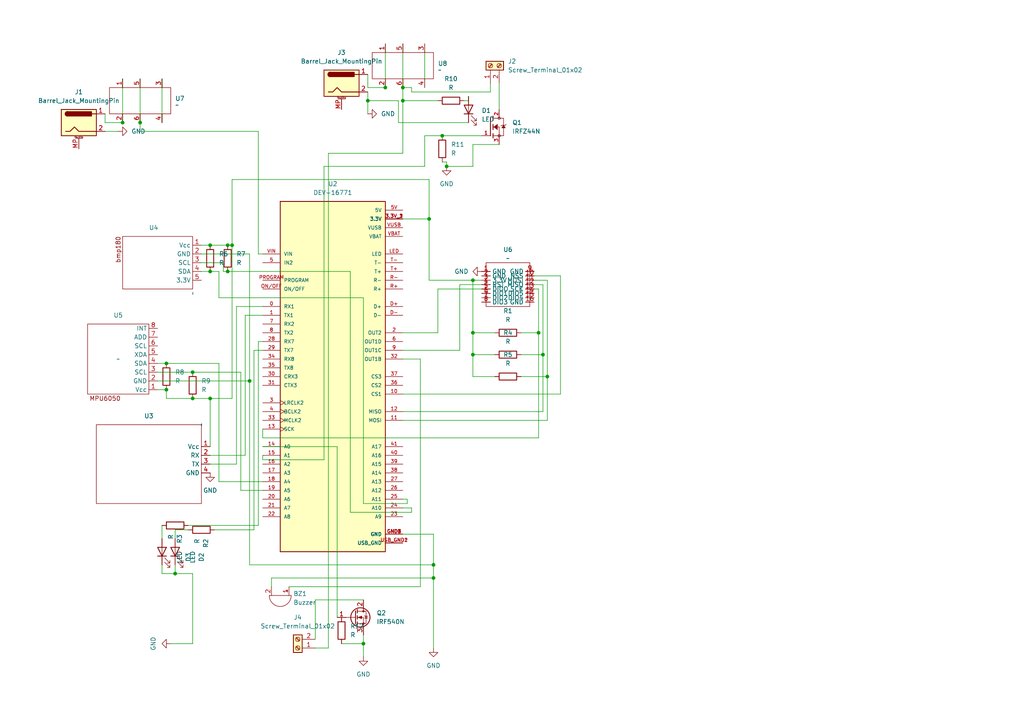
<source format=kicad_sch>
(kicad_sch
	(version 20231120)
	(generator "eeschema")
	(generator_version "8.0")
	(uuid "7da9b658-86ec-4ec9-b0fd-a75041313d8d")
	(paper "A4")
	(lib_symbols
		(symbol "6 pin slide:6_pin_Slide_switch"
			(exclude_from_sim no)
			(in_bom yes)
			(on_board yes)
			(property "Reference" "U"
				(at 0 0 0)
				(effects
					(font
						(size 1.27 1.27)
					)
				)
			)
			(property "Value" ""
				(at 0 0 0)
				(effects
					(font
						(size 1.27 1.27)
					)
				)
			)
			(property "Footprint" ""
				(at 0 0 0)
				(effects
					(font
						(size 1.27 1.27)
					)
					(hide yes)
				)
			)
			(property "Datasheet" ""
				(at 0 0 0)
				(effects
					(font
						(size 1.27 1.27)
					)
					(hide yes)
				)
			)
			(property "Description" ""
				(at 0 0 0)
				(effects
					(font
						(size 1.27 1.27)
					)
					(hide yes)
				)
			)
			(symbol "6_pin_Slide_switch_0_1"
				(rectangle
					(start -8.89 2.54)
					(end 8.89 -5.08)
					(stroke
						(width 0)
						(type default)
					)
					(fill
						(type none)
					)
				)
			)
			(symbol "6_pin_Slide_switch_1_1"
				(pin input line
					(at -5.08 5.08 270)
					(length 2.54)
					(name ""
						(effects
							(font
								(size 1.27 1.27)
							)
						)
					)
					(number "1"
						(effects
							(font
								(size 1.27 1.27)
							)
						)
					)
				)
				(pin input line
					(at -5.08 -7.62 90)
					(length 2.54)
					(name ""
						(effects
							(font
								(size 1.27 1.27)
							)
						)
					)
					(number "2"
						(effects
							(font
								(size 1.27 1.27)
							)
						)
					)
				)
				(pin input line
					(at 6.35 5.08 270)
					(length 2.54)
					(name ""
						(effects
							(font
								(size 1.27 1.27)
							)
						)
					)
					(number "3"
						(effects
							(font
								(size 1.27 1.27)
							)
						)
					)
				)
				(pin input line
					(at 6.35 -7.62 90)
					(length 2.54)
					(name ""
						(effects
							(font
								(size 1.27 1.27)
							)
						)
					)
					(number "4"
						(effects
							(font
								(size 1.27 1.27)
							)
						)
					)
				)
				(pin input line
					(at 0 5.08 270)
					(length 2.54)
					(name ""
						(effects
							(font
								(size 1.27 1.27)
							)
						)
					)
					(number "5"
						(effects
							(font
								(size 1.27 1.27)
							)
						)
					)
				)
				(pin input line
					(at 0 -7.62 90)
					(length 2.54)
					(name ""
						(effects
							(font
								(size 1.27 1.27)
							)
						)
					)
					(number "6"
						(effects
							(font
								(size 1.27 1.27)
							)
						)
					)
				)
			)
		)
		(symbol "Connector:Barrel_Jack_MountingPin"
			(pin_names hide)
			(exclude_from_sim no)
			(in_bom yes)
			(on_board yes)
			(property "Reference" "J"
				(at 0 5.334 0)
				(effects
					(font
						(size 1.27 1.27)
					)
				)
			)
			(property "Value" "Barrel_Jack_MountingPin"
				(at 1.27 -6.35 0)
				(effects
					(font
						(size 1.27 1.27)
					)
					(justify left)
				)
			)
			(property "Footprint" ""
				(at 1.27 -1.016 0)
				(effects
					(font
						(size 1.27 1.27)
					)
					(hide yes)
				)
			)
			(property "Datasheet" "~"
				(at 1.27 -1.016 0)
				(effects
					(font
						(size 1.27 1.27)
					)
					(hide yes)
				)
			)
			(property "Description" "DC Barrel Jack with a mounting pin"
				(at 0 0 0)
				(effects
					(font
						(size 1.27 1.27)
					)
					(hide yes)
				)
			)
			(property "ki_keywords" "DC power barrel jack connector"
				(at 0 0 0)
				(effects
					(font
						(size 1.27 1.27)
					)
					(hide yes)
				)
			)
			(property "ki_fp_filters" "BarrelJack*"
				(at 0 0 0)
				(effects
					(font
						(size 1.27 1.27)
					)
					(hide yes)
				)
			)
			(symbol "Barrel_Jack_MountingPin_0_1"
				(rectangle
					(start -5.08 3.81)
					(end 5.08 -3.81)
					(stroke
						(width 0.254)
						(type default)
					)
					(fill
						(type background)
					)
				)
				(arc
					(start -3.302 3.175)
					(mid -3.9343 2.54)
					(end -3.302 1.905)
					(stroke
						(width 0.254)
						(type default)
					)
					(fill
						(type none)
					)
				)
				(arc
					(start -3.302 3.175)
					(mid -3.9343 2.54)
					(end -3.302 1.905)
					(stroke
						(width 0.254)
						(type default)
					)
					(fill
						(type outline)
					)
				)
				(polyline
					(pts
						(xy 5.08 2.54) (xy 3.81 2.54)
					)
					(stroke
						(width 0.254)
						(type default)
					)
					(fill
						(type none)
					)
				)
				(polyline
					(pts
						(xy -3.81 -2.54) (xy -2.54 -2.54) (xy -1.27 -1.27) (xy 0 -2.54) (xy 2.54 -2.54) (xy 5.08 -2.54)
					)
					(stroke
						(width 0.254)
						(type default)
					)
					(fill
						(type none)
					)
				)
				(rectangle
					(start 3.683 3.175)
					(end -3.302 1.905)
					(stroke
						(width 0.254)
						(type default)
					)
					(fill
						(type outline)
					)
				)
			)
			(symbol "Barrel_Jack_MountingPin_1_1"
				(polyline
					(pts
						(xy -1.016 -4.572) (xy 1.016 -4.572)
					)
					(stroke
						(width 0.1524)
						(type default)
					)
					(fill
						(type none)
					)
				)
				(text "Mounting"
					(at 0 -4.191 0)
					(effects
						(font
							(size 0.381 0.381)
						)
					)
				)
				(pin passive line
					(at 7.62 2.54 180)
					(length 2.54)
					(name "~"
						(effects
							(font
								(size 1.27 1.27)
							)
						)
					)
					(number "1"
						(effects
							(font
								(size 1.27 1.27)
							)
						)
					)
				)
				(pin passive line
					(at 7.62 -2.54 180)
					(length 2.54)
					(name "~"
						(effects
							(font
								(size 1.27 1.27)
							)
						)
					)
					(number "2"
						(effects
							(font
								(size 1.27 1.27)
							)
						)
					)
				)
				(pin passive line
					(at 0 -7.62 90)
					(length 3.048)
					(name "MountPin"
						(effects
							(font
								(size 1.27 1.27)
							)
						)
					)
					(number "MP"
						(effects
							(font
								(size 1.27 1.27)
							)
						)
					)
				)
			)
		)
		(symbol "Connector:Screw_Terminal_01x02"
			(pin_names
				(offset 1.016) hide)
			(exclude_from_sim no)
			(in_bom yes)
			(on_board yes)
			(property "Reference" "J"
				(at 0 2.54 0)
				(effects
					(font
						(size 1.27 1.27)
					)
				)
			)
			(property "Value" "Screw_Terminal_01x02"
				(at 0 -5.08 0)
				(effects
					(font
						(size 1.27 1.27)
					)
				)
			)
			(property "Footprint" ""
				(at 0 0 0)
				(effects
					(font
						(size 1.27 1.27)
					)
					(hide yes)
				)
			)
			(property "Datasheet" "~"
				(at 0 0 0)
				(effects
					(font
						(size 1.27 1.27)
					)
					(hide yes)
				)
			)
			(property "Description" "Generic screw terminal, single row, 01x02, script generated (kicad-library-utils/schlib/autogen/connector/)"
				(at 0 0 0)
				(effects
					(font
						(size 1.27 1.27)
					)
					(hide yes)
				)
			)
			(property "ki_keywords" "screw terminal"
				(at 0 0 0)
				(effects
					(font
						(size 1.27 1.27)
					)
					(hide yes)
				)
			)
			(property "ki_fp_filters" "TerminalBlock*:*"
				(at 0 0 0)
				(effects
					(font
						(size 1.27 1.27)
					)
					(hide yes)
				)
			)
			(symbol "Screw_Terminal_01x02_1_1"
				(rectangle
					(start -1.27 1.27)
					(end 1.27 -3.81)
					(stroke
						(width 0.254)
						(type default)
					)
					(fill
						(type background)
					)
				)
				(circle
					(center 0 -2.54)
					(radius 0.635)
					(stroke
						(width 0.1524)
						(type default)
					)
					(fill
						(type none)
					)
				)
				(polyline
					(pts
						(xy -0.5334 -2.2098) (xy 0.3302 -3.048)
					)
					(stroke
						(width 0.1524)
						(type default)
					)
					(fill
						(type none)
					)
				)
				(polyline
					(pts
						(xy -0.5334 0.3302) (xy 0.3302 -0.508)
					)
					(stroke
						(width 0.1524)
						(type default)
					)
					(fill
						(type none)
					)
				)
				(polyline
					(pts
						(xy -0.3556 -2.032) (xy 0.508 -2.8702)
					)
					(stroke
						(width 0.1524)
						(type default)
					)
					(fill
						(type none)
					)
				)
				(polyline
					(pts
						(xy -0.3556 0.508) (xy 0.508 -0.3302)
					)
					(stroke
						(width 0.1524)
						(type default)
					)
					(fill
						(type none)
					)
				)
				(circle
					(center 0 0)
					(radius 0.635)
					(stroke
						(width 0.1524)
						(type default)
					)
					(fill
						(type none)
					)
				)
				(pin passive line
					(at -5.08 0 0)
					(length 3.81)
					(name "Pin_1"
						(effects
							(font
								(size 1.27 1.27)
							)
						)
					)
					(number "1"
						(effects
							(font
								(size 1.27 1.27)
							)
						)
					)
				)
				(pin passive line
					(at -5.08 -2.54 0)
					(length 3.81)
					(name "Pin_2"
						(effects
							(font
								(size 1.27 1.27)
							)
						)
					)
					(number "2"
						(effects
							(font
								(size 1.27 1.27)
							)
						)
					)
				)
			)
		)
		(symbol "Device:Buzzer"
			(pin_names
				(offset 0.0254) hide)
			(exclude_from_sim no)
			(in_bom yes)
			(on_board yes)
			(property "Reference" "BZ"
				(at 3.81 1.27 0)
				(effects
					(font
						(size 1.27 1.27)
					)
					(justify left)
				)
			)
			(property "Value" "Buzzer"
				(at 3.81 -1.27 0)
				(effects
					(font
						(size 1.27 1.27)
					)
					(justify left)
				)
			)
			(property "Footprint" ""
				(at -0.635 2.54 90)
				(effects
					(font
						(size 1.27 1.27)
					)
					(hide yes)
				)
			)
			(property "Datasheet" "~"
				(at -0.635 2.54 90)
				(effects
					(font
						(size 1.27 1.27)
					)
					(hide yes)
				)
			)
			(property "Description" "Buzzer, polarized"
				(at 0 0 0)
				(effects
					(font
						(size 1.27 1.27)
					)
					(hide yes)
				)
			)
			(property "ki_keywords" "quartz resonator ceramic"
				(at 0 0 0)
				(effects
					(font
						(size 1.27 1.27)
					)
					(hide yes)
				)
			)
			(property "ki_fp_filters" "*Buzzer*"
				(at 0 0 0)
				(effects
					(font
						(size 1.27 1.27)
					)
					(hide yes)
				)
			)
			(symbol "Buzzer_0_1"
				(arc
					(start 0 -3.175)
					(mid 3.1612 0)
					(end 0 3.175)
					(stroke
						(width 0)
						(type default)
					)
					(fill
						(type none)
					)
				)
				(polyline
					(pts
						(xy -1.651 1.905) (xy -1.143 1.905)
					)
					(stroke
						(width 0)
						(type default)
					)
					(fill
						(type none)
					)
				)
				(polyline
					(pts
						(xy -1.397 2.159) (xy -1.397 1.651)
					)
					(stroke
						(width 0)
						(type default)
					)
					(fill
						(type none)
					)
				)
				(polyline
					(pts
						(xy 0 3.175) (xy 0 -3.175)
					)
					(stroke
						(width 0)
						(type default)
					)
					(fill
						(type none)
					)
				)
			)
			(symbol "Buzzer_1_1"
				(pin passive line
					(at -2.54 2.54 0)
					(length 2.54)
					(name "+"
						(effects
							(font
								(size 1.27 1.27)
							)
						)
					)
					(number "1"
						(effects
							(font
								(size 1.27 1.27)
							)
						)
					)
				)
				(pin passive line
					(at -2.54 -2.54 0)
					(length 2.54)
					(name "-"
						(effects
							(font
								(size 1.27 1.27)
							)
						)
					)
					(number "2"
						(effects
							(font
								(size 1.27 1.27)
							)
						)
					)
				)
			)
		)
		(symbol "Device:LED"
			(pin_numbers hide)
			(pin_names
				(offset 1.016) hide)
			(exclude_from_sim no)
			(in_bom yes)
			(on_board yes)
			(property "Reference" "D"
				(at 0 2.54 0)
				(effects
					(font
						(size 1.27 1.27)
					)
				)
			)
			(property "Value" "LED"
				(at 0 -2.54 0)
				(effects
					(font
						(size 1.27 1.27)
					)
				)
			)
			(property "Footprint" ""
				(at 0 0 0)
				(effects
					(font
						(size 1.27 1.27)
					)
					(hide yes)
				)
			)
			(property "Datasheet" "~"
				(at 0 0 0)
				(effects
					(font
						(size 1.27 1.27)
					)
					(hide yes)
				)
			)
			(property "Description" "Light emitting diode"
				(at 0 0 0)
				(effects
					(font
						(size 1.27 1.27)
					)
					(hide yes)
				)
			)
			(property "ki_keywords" "LED diode"
				(at 0 0 0)
				(effects
					(font
						(size 1.27 1.27)
					)
					(hide yes)
				)
			)
			(property "ki_fp_filters" "LED* LED_SMD:* LED_THT:*"
				(at 0 0 0)
				(effects
					(font
						(size 1.27 1.27)
					)
					(hide yes)
				)
			)
			(symbol "LED_0_1"
				(polyline
					(pts
						(xy -1.27 -1.27) (xy -1.27 1.27)
					)
					(stroke
						(width 0.254)
						(type default)
					)
					(fill
						(type none)
					)
				)
				(polyline
					(pts
						(xy -1.27 0) (xy 1.27 0)
					)
					(stroke
						(width 0)
						(type default)
					)
					(fill
						(type none)
					)
				)
				(polyline
					(pts
						(xy 1.27 -1.27) (xy 1.27 1.27) (xy -1.27 0) (xy 1.27 -1.27)
					)
					(stroke
						(width 0.254)
						(type default)
					)
					(fill
						(type none)
					)
				)
				(polyline
					(pts
						(xy -3.048 -0.762) (xy -4.572 -2.286) (xy -3.81 -2.286) (xy -4.572 -2.286) (xy -4.572 -1.524)
					)
					(stroke
						(width 0)
						(type default)
					)
					(fill
						(type none)
					)
				)
				(polyline
					(pts
						(xy -1.778 -0.762) (xy -3.302 -2.286) (xy -2.54 -2.286) (xy -3.302 -2.286) (xy -3.302 -1.524)
					)
					(stroke
						(width 0)
						(type default)
					)
					(fill
						(type none)
					)
				)
			)
			(symbol "LED_1_1"
				(pin passive line
					(at -3.81 0 0)
					(length 2.54)
					(name "K"
						(effects
							(font
								(size 1.27 1.27)
							)
						)
					)
					(number "1"
						(effects
							(font
								(size 1.27 1.27)
							)
						)
					)
				)
				(pin passive line
					(at 3.81 0 180)
					(length 2.54)
					(name "A"
						(effects
							(font
								(size 1.27 1.27)
							)
						)
					)
					(number "2"
						(effects
							(font
								(size 1.27 1.27)
							)
						)
					)
				)
			)
		)
		(symbol "Device:R"
			(pin_numbers hide)
			(pin_names
				(offset 0)
			)
			(exclude_from_sim no)
			(in_bom yes)
			(on_board yes)
			(property "Reference" "R"
				(at 2.032 0 90)
				(effects
					(font
						(size 1.27 1.27)
					)
				)
			)
			(property "Value" "R"
				(at 0 0 90)
				(effects
					(font
						(size 1.27 1.27)
					)
				)
			)
			(property "Footprint" ""
				(at -1.778 0 90)
				(effects
					(font
						(size 1.27 1.27)
					)
					(hide yes)
				)
			)
			(property "Datasheet" "~"
				(at 0 0 0)
				(effects
					(font
						(size 1.27 1.27)
					)
					(hide yes)
				)
			)
			(property "Description" "Resistor"
				(at 0 0 0)
				(effects
					(font
						(size 1.27 1.27)
					)
					(hide yes)
				)
			)
			(property "ki_keywords" "R res resistor"
				(at 0 0 0)
				(effects
					(font
						(size 1.27 1.27)
					)
					(hide yes)
				)
			)
			(property "ki_fp_filters" "R_*"
				(at 0 0 0)
				(effects
					(font
						(size 1.27 1.27)
					)
					(hide yes)
				)
			)
			(symbol "R_0_1"
				(rectangle
					(start -1.016 -2.54)
					(end 1.016 2.54)
					(stroke
						(width 0.254)
						(type default)
					)
					(fill
						(type none)
					)
				)
			)
			(symbol "R_1_1"
				(pin passive line
					(at 0 3.81 270)
					(length 1.27)
					(name "~"
						(effects
							(font
								(size 1.27 1.27)
							)
						)
					)
					(number "1"
						(effects
							(font
								(size 1.27 1.27)
							)
						)
					)
				)
				(pin passive line
					(at 0 -3.81 90)
					(length 1.27)
					(name "~"
						(effects
							(font
								(size 1.27 1.27)
							)
						)
					)
					(number "2"
						(effects
							(font
								(size 1.27 1.27)
							)
						)
					)
				)
			)
		)
		(symbol "GND_1"
			(power)
			(pin_numbers hide)
			(pin_names
				(offset 0) hide)
			(exclude_from_sim no)
			(in_bom yes)
			(on_board yes)
			(property "Reference" "#PWR"
				(at 0 -6.35 0)
				(effects
					(font
						(size 1.27 1.27)
					)
					(hide yes)
				)
			)
			(property "Value" "GND"
				(at 0 -3.81 0)
				(effects
					(font
						(size 1.27 1.27)
					)
				)
			)
			(property "Footprint" ""
				(at 0 0 0)
				(effects
					(font
						(size 1.27 1.27)
					)
					(hide yes)
				)
			)
			(property "Datasheet" ""
				(at 0 0 0)
				(effects
					(font
						(size 1.27 1.27)
					)
					(hide yes)
				)
			)
			(property "Description" "Power symbol creates a global label with name \"GND\" , ground"
				(at 0 0 0)
				(effects
					(font
						(size 1.27 1.27)
					)
					(hide yes)
				)
			)
			(property "ki_keywords" "global power"
				(at 0 0 0)
				(effects
					(font
						(size 1.27 1.27)
					)
					(hide yes)
				)
			)
			(symbol "GND_1_0_1"
				(polyline
					(pts
						(xy 0 0) (xy 0 -1.27) (xy 1.27 -1.27) (xy 0 -2.54) (xy -1.27 -1.27) (xy 0 -1.27)
					)
					(stroke
						(width 0)
						(type default)
					)
					(fill
						(type none)
					)
				)
			)
			(symbol "GND_1_1_1"
				(pin power_in line
					(at 0 0 270)
					(length 0)
					(name "~"
						(effects
							(font
								(size 1.27 1.27)
							)
						)
					)
					(number "1"
						(effects
							(font
								(size 1.27 1.27)
							)
						)
					)
				)
			)
		)
		(symbol "GND_2"
			(power)
			(pin_numbers hide)
			(pin_names
				(offset 0) hide)
			(exclude_from_sim no)
			(in_bom yes)
			(on_board yes)
			(property "Reference" "#PWR"
				(at 0 -6.35 0)
				(effects
					(font
						(size 1.27 1.27)
					)
					(hide yes)
				)
			)
			(property "Value" "GND"
				(at 0 -3.81 0)
				(effects
					(font
						(size 1.27 1.27)
					)
				)
			)
			(property "Footprint" ""
				(at 0 0 0)
				(effects
					(font
						(size 1.27 1.27)
					)
					(hide yes)
				)
			)
			(property "Datasheet" ""
				(at 0 0 0)
				(effects
					(font
						(size 1.27 1.27)
					)
					(hide yes)
				)
			)
			(property "Description" "Power symbol creates a global label with name \"GND\" , ground"
				(at 0 0 0)
				(effects
					(font
						(size 1.27 1.27)
					)
					(hide yes)
				)
			)
			(property "ki_keywords" "global power"
				(at 0 0 0)
				(effects
					(font
						(size 1.27 1.27)
					)
					(hide yes)
				)
			)
			(symbol "GND_2_0_1"
				(polyline
					(pts
						(xy 0 0) (xy 0 -1.27) (xy 1.27 -1.27) (xy 0 -2.54) (xy -1.27 -1.27) (xy 0 -1.27)
					)
					(stroke
						(width 0)
						(type default)
					)
					(fill
						(type none)
					)
				)
			)
			(symbol "GND_2_1_1"
				(pin power_in line
					(at 0 0 270)
					(length 0)
					(name "~"
						(effects
							(font
								(size 1.27 1.27)
							)
						)
					)
					(number "1"
						(effects
							(font
								(size 1.27 1.27)
							)
						)
					)
				)
			)
		)
		(symbol "GND_3"
			(power)
			(pin_numbers hide)
			(pin_names
				(offset 0) hide)
			(exclude_from_sim no)
			(in_bom yes)
			(on_board yes)
			(property "Reference" "#PWR"
				(at 0 -6.35 0)
				(effects
					(font
						(size 1.27 1.27)
					)
					(hide yes)
				)
			)
			(property "Value" "GND"
				(at 0 -3.81 0)
				(effects
					(font
						(size 1.27 1.27)
					)
				)
			)
			(property "Footprint" ""
				(at 0 0 0)
				(effects
					(font
						(size 1.27 1.27)
					)
					(hide yes)
				)
			)
			(property "Datasheet" ""
				(at 0 0 0)
				(effects
					(font
						(size 1.27 1.27)
					)
					(hide yes)
				)
			)
			(property "Description" "Power symbol creates a global label with name \"GND\" , ground"
				(at 0 0 0)
				(effects
					(font
						(size 1.27 1.27)
					)
					(hide yes)
				)
			)
			(property "ki_keywords" "global power"
				(at 0 0 0)
				(effects
					(font
						(size 1.27 1.27)
					)
					(hide yes)
				)
			)
			(symbol "GND_3_0_1"
				(polyline
					(pts
						(xy 0 0) (xy 0 -1.27) (xy 1.27 -1.27) (xy 0 -2.54) (xy -1.27 -1.27) (xy 0 -1.27)
					)
					(stroke
						(width 0)
						(type default)
					)
					(fill
						(type none)
					)
				)
			)
			(symbol "GND_3_1_1"
				(pin power_in line
					(at 0 0 270)
					(length 0)
					(name "~"
						(effects
							(font
								(size 1.27 1.27)
							)
						)
					)
					(number "1"
						(effects
							(font
								(size 1.27 1.27)
							)
						)
					)
				)
			)
		)
		(symbol "GPS MODULE:GPS_MODULE"
			(exclude_from_sim no)
			(in_bom yes)
			(on_board yes)
			(property "Reference" "U"
				(at 0 0 0)
				(effects
					(font
						(size 1.27 1.27)
					)
				)
			)
			(property "Value" ""
				(at 0 0 0)
				(effects
					(font
						(size 1.27 1.27)
					)
				)
			)
			(property "Footprint" ""
				(at 0 0 0)
				(effects
					(font
						(size 1.27 1.27)
					)
					(hide yes)
				)
			)
			(property "Datasheet" ""
				(at 0 0 0)
				(effects
					(font
						(size 1.27 1.27)
					)
					(hide yes)
				)
			)
			(property "Description" ""
				(at 0 0 0)
				(effects
					(font
						(size 1.27 1.27)
					)
					(hide yes)
				)
			)
			(symbol "GPS_MODULE_0_1"
				(rectangle
					(start 0 0)
					(end 22.86 -30.48)
					(stroke
						(width 0)
						(type default)
					)
					(fill
						(type none)
					)
				)
			)
			(symbol "GPS_MODULE_1_1"
				(pin input line
					(at 6.35 2.54 270)
					(length 2.54)
					(name "Vcc"
						(effects
							(font
								(size 1.27 1.27)
							)
						)
					)
					(number "1"
						(effects
							(font
								(size 1.27 1.27)
							)
						)
					)
				)
				(pin input line
					(at 8.89 2.54 270)
					(length 2.54)
					(name "RX"
						(effects
							(font
								(size 1.27 1.27)
							)
						)
					)
					(number "2"
						(effects
							(font
								(size 1.27 1.27)
							)
						)
					)
				)
				(pin input line
					(at 11.43 2.54 270)
					(length 2.54)
					(name "TX"
						(effects
							(font
								(size 1.27 1.27)
							)
						)
					)
					(number "3"
						(effects
							(font
								(size 1.27 1.27)
							)
						)
					)
				)
				(pin input line
					(at 13.97 2.54 270)
					(length 2.54)
					(name "GND"
						(effects
							(font
								(size 1.27 1.27)
							)
						)
					)
					(number "4"
						(effects
							(font
								(size 1.27 1.27)
							)
						)
					)
				)
			)
		)
		(symbol "LoRa-02_sym:Lora_Ra-02"
			(exclude_from_sim no)
			(in_bom yes)
			(on_board yes)
			(property "Reference" "U"
				(at 0 0 0)
				(effects
					(font
						(size 1.27 1.27)
					)
				)
			)
			(property "Value" ""
				(at 0 0 0)
				(effects
					(font
						(size 1.27 1.27)
					)
				)
			)
			(property "Footprint" ""
				(at 0 0 0)
				(effects
					(font
						(size 1.27 1.27)
					)
					(hide yes)
				)
			)
			(property "Datasheet" ""
				(at 0 0 0)
				(effects
					(font
						(size 1.27 1.27)
					)
					(hide yes)
				)
			)
			(property "Description" ""
				(at 0 0 0)
				(effects
					(font
						(size 1.27 1.27)
					)
					(hide yes)
				)
			)
			(symbol "Lora_Ra-02_0_1"
				(rectangle
					(start -5.08 5.08)
					(end 7.62 -7.62)
					(stroke
						(width 0)
						(type default)
					)
					(fill
						(type none)
					)
				)
			)
			(symbol "Lora_Ra-02_1_1"
				(pin input line
					(at -6.35 2.54 0)
					(length 2.54)
					(name "GND"
						(effects
							(font
								(size 1.27 1.27)
							)
						)
					)
					(number "1"
						(effects
							(font
								(size 1.27 1.27)
							)
						)
					)
				)
				(pin input line
					(at 8.89 1.27 180)
					(length 2.54)
					(name "NSS"
						(effects
							(font
								(size 1.27 1.27)
							)
						)
					)
					(number "10"
						(effects
							(font
								(size 1.27 1.27)
							)
						)
					)
				)
				(pin input line
					(at 8.89 0 180)
					(length 2.54)
					(name "MOSI"
						(effects
							(font
								(size 1.27 1.27)
							)
						)
					)
					(number "11"
						(effects
							(font
								(size 1.27 1.27)
							)
						)
					)
				)
				(pin input line
					(at 8.89 -1.27 180)
					(length 2.54)
					(name "MISO"
						(effects
							(font
								(size 1.27 1.27)
							)
						)
					)
					(number "12"
						(effects
							(font
								(size 1.27 1.27)
							)
						)
					)
				)
				(pin input line
					(at 8.89 -2.54 180)
					(length 2.54)
					(name "SCK"
						(effects
							(font
								(size 1.27 1.27)
							)
						)
					)
					(number "13"
						(effects
							(font
								(size 1.27 1.27)
							)
						)
					)
				)
				(pin input line
					(at 8.89 -3.81 180)
					(length 2.54)
					(name "DIO5"
						(effects
							(font
								(size 1.27 1.27)
							)
						)
					)
					(number "14"
						(effects
							(font
								(size 1.27 1.27)
							)
						)
					)
				)
				(pin input line
					(at 8.89 -5.08 180)
					(length 2.54)
					(name "DIO4"
						(effects
							(font
								(size 1.27 1.27)
							)
						)
					)
					(number "15"
						(effects
							(font
								(size 1.27 1.27)
							)
						)
					)
				)
				(pin input line
					(at 8.89 -6.35 180)
					(length 2.54)
					(name "GND"
						(effects
							(font
								(size 1.27 1.27)
							)
						)
					)
					(number "16"
						(effects
							(font
								(size 1.27 1.27)
							)
						)
					)
				)
				(pin input line
					(at -6.35 1.27 0)
					(length 2.54)
					(name "GND"
						(effects
							(font
								(size 1.27 1.27)
							)
						)
					)
					(number "2"
						(effects
							(font
								(size 1.27 1.27)
							)
						)
					)
				)
				(pin input line
					(at -6.35 0 0)
					(length 2.54)
					(name "3.3V"
						(effects
							(font
								(size 1.27 1.27)
							)
						)
					)
					(number "3"
						(effects
							(font
								(size 1.27 1.27)
							)
						)
					)
				)
				(pin input line
					(at -6.35 -1.27 0)
					(length 2.54)
					(name "RST"
						(effects
							(font
								(size 1.27 1.27)
							)
						)
					)
					(number "4"
						(effects
							(font
								(size 1.27 1.27)
							)
						)
					)
				)
				(pin input line
					(at -6.35 -2.54 0)
					(length 2.54)
					(name "DIOO"
						(effects
							(font
								(size 1.27 1.27)
							)
						)
					)
					(number "5"
						(effects
							(font
								(size 1.27 1.27)
							)
						)
					)
				)
				(pin input line
					(at -6.35 -3.81 0)
					(length 2.54)
					(name "DIO1"
						(effects
							(font
								(size 1.27 1.27)
							)
						)
					)
					(number "6"
						(effects
							(font
								(size 1.27 1.27)
							)
						)
					)
				)
				(pin input line
					(at -6.35 -5.08 0)
					(length 2.54)
					(name "DIO2"
						(effects
							(font
								(size 1.27 1.27)
							)
						)
					)
					(number "7"
						(effects
							(font
								(size 1.27 1.27)
							)
						)
					)
				)
				(pin input line
					(at -6.35 -6.35 0)
					(length 2.54)
					(name "DIO3"
						(effects
							(font
								(size 1.27 1.27)
							)
						)
					)
					(number "8"
						(effects
							(font
								(size 1.27 1.27)
							)
						)
					)
				)
				(pin input line
					(at 8.89 2.54 180)
					(length 2.54)
					(name "GND"
						(effects
							(font
								(size 1.27 1.27)
							)
						)
					)
					(number "9"
						(effects
							(font
								(size 1.27 1.27)
							)
						)
					)
				)
			)
		)
		(symbol "MOSFET:IRFZ44N"
			(pin_names
				(offset 1.016)
			)
			(exclude_from_sim no)
			(in_bom yes)
			(on_board yes)
			(property "Reference" "Q"
				(at -8.89 2.54 0)
				(effects
					(font
						(size 1.27 1.27)
					)
					(justify left bottom)
				)
			)
			(property "Value" "IRFZ44N"
				(at -8.89 -7.62 0)
				(effects
					(font
						(size 1.27 1.27)
					)
					(justify left bottom)
				)
			)
			(property "Footprint" "IRFZ44N:TO254P1016X419X2286-3"
				(at 0 0 0)
				(effects
					(font
						(size 1.27 1.27)
					)
					(justify bottom)
					(hide yes)
				)
			)
			(property "Datasheet" ""
				(at 0 0 0)
				(effects
					(font
						(size 1.27 1.27)
					)
					(hide yes)
				)
			)
			(property "Description" "\nN-Channel 55 V 49A (Tc) 94W (Tc) Through Hole TO-220AB\n"
				(at 0 0 0)
				(effects
					(font
						(size 1.27 1.27)
					)
					(justify bottom)
					(hide yes)
				)
			)
			(property "MF" "Infineon Technologies"
				(at 0 0 0)
				(effects
					(font
						(size 1.27 1.27)
					)
					(justify bottom)
					(hide yes)
				)
			)
			(property "MAXIMUM_PACKAGE_HEIGHT" "22.86 mm"
				(at 0 0 0)
				(effects
					(font
						(size 1.27 1.27)
					)
					(justify bottom)
					(hide yes)
				)
			)
			(property "Package" "TO-220-3 Infineon"
				(at 0 0 0)
				(effects
					(font
						(size 1.27 1.27)
					)
					(justify bottom)
					(hide yes)
				)
			)
			(property "Price" "None"
				(at 0 0 0)
				(effects
					(font
						(size 1.27 1.27)
					)
					(justify bottom)
					(hide yes)
				)
			)
			(property "Check_prices" "https://www.snapeda.com/parts/IRFZ44N/Infineon+Technologies/view-part/?ref=eda"
				(at 0 0 0)
				(effects
					(font
						(size 1.27 1.27)
					)
					(justify bottom)
					(hide yes)
				)
			)
			(property "STANDARD" "IPC 7351B"
				(at 0 0 0)
				(effects
					(font
						(size 1.27 1.27)
					)
					(justify bottom)
					(hide yes)
				)
			)
			(property "PARTREV" "09/21/10"
				(at 0 0 0)
				(effects
					(font
						(size 1.27 1.27)
					)
					(justify bottom)
					(hide yes)
				)
			)
			(property "SnapEDA_Link" "https://www.snapeda.com/parts/IRFZ44N/Infineon+Technologies/view-part/?ref=snap"
				(at 0 0 0)
				(effects
					(font
						(size 1.27 1.27)
					)
					(justify bottom)
					(hide yes)
				)
			)
			(property "MP" "IRFZ44N"
				(at 0 0 0)
				(effects
					(font
						(size 1.27 1.27)
					)
					(justify bottom)
					(hide yes)
				)
			)
			(property "SNAPEDA_PN" "IRFZ44N"
				(at 0 0 0)
				(effects
					(font
						(size 1.27 1.27)
					)
					(justify bottom)
					(hide yes)
				)
			)
			(property "Availability" "In Stock"
				(at 0 0 0)
				(effects
					(font
						(size 1.27 1.27)
					)
					(justify bottom)
					(hide yes)
				)
			)
			(property "MANUFACTURER" "Infineon"
				(at 0 0 0)
				(effects
					(font
						(size 1.27 1.27)
					)
					(justify bottom)
					(hide yes)
				)
			)
			(symbol "IRFZ44N_0_0"
				(polyline
					(pts
						(xy 0 2.54) (xy 0 -2.54)
					)
					(stroke
						(width 0.254)
						(type default)
					)
					(fill
						(type none)
					)
				)
				(polyline
					(pts
						(xy 0.762 -2.54) (xy 0.762 -3.175)
					)
					(stroke
						(width 0.254)
						(type default)
					)
					(fill
						(type none)
					)
				)
				(polyline
					(pts
						(xy 0.762 -1.905) (xy 0.762 -2.54)
					)
					(stroke
						(width 0.254)
						(type default)
					)
					(fill
						(type none)
					)
				)
				(polyline
					(pts
						(xy 0.762 0) (xy 0.762 -0.762)
					)
					(stroke
						(width 0.254)
						(type default)
					)
					(fill
						(type none)
					)
				)
				(polyline
					(pts
						(xy 0.762 0) (xy 2.54 0)
					)
					(stroke
						(width 0.1524)
						(type default)
					)
					(fill
						(type none)
					)
				)
				(polyline
					(pts
						(xy 0.762 0.762) (xy 0.762 0)
					)
					(stroke
						(width 0.254)
						(type default)
					)
					(fill
						(type none)
					)
				)
				(polyline
					(pts
						(xy 0.762 2.54) (xy 0.762 1.905)
					)
					(stroke
						(width 0.254)
						(type default)
					)
					(fill
						(type none)
					)
				)
				(polyline
					(pts
						(xy 0.762 2.54) (xy 3.81 2.54)
					)
					(stroke
						(width 0.1524)
						(type default)
					)
					(fill
						(type none)
					)
				)
				(polyline
					(pts
						(xy 0.762 3.175) (xy 0.762 2.54)
					)
					(stroke
						(width 0.254)
						(type default)
					)
					(fill
						(type none)
					)
				)
				(polyline
					(pts
						(xy 2.54 -2.54) (xy 0.762 -2.54)
					)
					(stroke
						(width 0.1524)
						(type default)
					)
					(fill
						(type none)
					)
				)
				(polyline
					(pts
						(xy 2.54 -2.54) (xy 3.81 -2.54)
					)
					(stroke
						(width 0.1524)
						(type default)
					)
					(fill
						(type none)
					)
				)
				(polyline
					(pts
						(xy 2.54 0) (xy 2.54 -2.54)
					)
					(stroke
						(width 0.1524)
						(type default)
					)
					(fill
						(type none)
					)
				)
				(polyline
					(pts
						(xy 3.302 0.508) (xy 3.048 0.254)
					)
					(stroke
						(width 0.1524)
						(type default)
					)
					(fill
						(type none)
					)
				)
				(polyline
					(pts
						(xy 3.81 0.508) (xy 3.302 0.508)
					)
					(stroke
						(width 0.1524)
						(type default)
					)
					(fill
						(type none)
					)
				)
				(polyline
					(pts
						(xy 3.81 0.508) (xy 3.81 -2.54)
					)
					(stroke
						(width 0.1524)
						(type default)
					)
					(fill
						(type none)
					)
				)
				(polyline
					(pts
						(xy 3.81 2.54) (xy 3.81 0.508)
					)
					(stroke
						(width 0.1524)
						(type default)
					)
					(fill
						(type none)
					)
				)
				(polyline
					(pts
						(xy 4.318 0.508) (xy 3.81 0.508)
					)
					(stroke
						(width 0.1524)
						(type default)
					)
					(fill
						(type none)
					)
				)
				(polyline
					(pts
						(xy 4.572 0.762) (xy 4.318 0.508)
					)
					(stroke
						(width 0.1524)
						(type default)
					)
					(fill
						(type none)
					)
				)
				(polyline
					(pts
						(xy 1.016 0) (xy 2.032 0.762) (xy 2.032 -0.762) (xy 1.016 0)
					)
					(stroke
						(width 0.1524)
						(type default)
					)
					(fill
						(type outline)
					)
				)
				(polyline
					(pts
						(xy 3.81 0.508) (xy 3.302 -0.254) (xy 4.318 -0.254) (xy 3.81 0.508)
					)
					(stroke
						(width 0.1524)
						(type default)
					)
					(fill
						(type outline)
					)
				)
				(circle
					(center 2.54 -2.54)
					(radius 0.3592)
					(stroke
						(width 0)
						(type default)
					)
					(fill
						(type none)
					)
				)
				(circle
					(center 2.54 2.54)
					(radius 0.3592)
					(stroke
						(width 0)
						(type default)
					)
					(fill
						(type none)
					)
				)
				(pin passive line
					(at -2.54 -2.54 0)
					(length 2.54)
					(name "~"
						(effects
							(font
								(size 1.016 1.016)
							)
						)
					)
					(number "1"
						(effects
							(font
								(size 1.016 1.016)
							)
						)
					)
				)
				(pin passive line
					(at 2.54 5.08 270)
					(length 2.54)
					(name "~"
						(effects
							(font
								(size 1.016 1.016)
							)
						)
					)
					(number "2"
						(effects
							(font
								(size 1.016 1.016)
							)
						)
					)
				)
				(pin passive line
					(at 2.54 -5.08 90)
					(length 2.54)
					(name "~"
						(effects
							(font
								(size 1.016 1.016)
							)
						)
					)
					(number "3"
						(effects
							(font
								(size 1.016 1.016)
							)
						)
					)
				)
			)
		)
		(symbol "Teensy:DEV-16771"
			(pin_names
				(offset 1.016)
			)
			(exclude_from_sim no)
			(in_bom yes)
			(on_board yes)
			(property "Reference" "U"
				(at -15.24 52.07 0)
				(effects
					(font
						(size 1.27 1.27)
					)
					(justify left bottom)
				)
			)
			(property "Value" "DEV-16771"
				(at -15.24 -53.34 0)
				(effects
					(font
						(size 1.27 1.27)
					)
					(justify left bottom)
				)
			)
			(property "Footprint" "DEV-16771:MODULE_DEV-16771"
				(at 0 0 0)
				(effects
					(font
						(size 1.27 1.27)
					)
					(justify bottom)
					(hide yes)
				)
			)
			(property "Datasheet" ""
				(at 0 0 0)
				(effects
					(font
						(size 1.27 1.27)
					)
					(hide yes)
				)
			)
			(property "Description" "\nRT1062 Teensy 4.1 series ARM® Cortex®-M7 MPU Embedded Evaluation Board\n"
				(at 0 0 0)
				(effects
					(font
						(size 1.27 1.27)
					)
					(justify bottom)
					(hide yes)
				)
			)
			(property "MF" "SparkFun Electronics"
				(at 0 0 0)
				(effects
					(font
						(size 1.27 1.27)
					)
					(justify bottom)
					(hide yes)
				)
			)
			(property "MAXIMUM_PACKAGE_HEIGHT" "4.07mm"
				(at 0 0 0)
				(effects
					(font
						(size 1.27 1.27)
					)
					(justify bottom)
					(hide yes)
				)
			)
			(property "Package" "None"
				(at 0 0 0)
				(effects
					(font
						(size 1.27 1.27)
					)
					(justify bottom)
					(hide yes)
				)
			)
			(property "Price" "None"
				(at 0 0 0)
				(effects
					(font
						(size 1.27 1.27)
					)
					(justify bottom)
					(hide yes)
				)
			)
			(property "Check_prices" "https://www.snapeda.com/parts/DEV-16771/SparkFun+Electronics/view-part/?ref=eda"
				(at 0 0 0)
				(effects
					(font
						(size 1.27 1.27)
					)
					(justify bottom)
					(hide yes)
				)
			)
			(property "STANDARD" "Manufacturer recommendations"
				(at 0 0 0)
				(effects
					(font
						(size 1.27 1.27)
					)
					(justify bottom)
					(hide yes)
				)
			)
			(property "PARTREV" "4.1"
				(at 0 0 0)
				(effects
					(font
						(size 1.27 1.27)
					)
					(justify bottom)
					(hide yes)
				)
			)
			(property "SnapEDA_Link" "https://www.snapeda.com/parts/DEV-16771/SparkFun+Electronics/view-part/?ref=snap"
				(at 0 0 0)
				(effects
					(font
						(size 1.27 1.27)
					)
					(justify bottom)
					(hide yes)
				)
			)
			(property "MP" "DEV-16771"
				(at 0 0 0)
				(effects
					(font
						(size 1.27 1.27)
					)
					(justify bottom)
					(hide yes)
				)
			)
			(property "Availability" "In Stock"
				(at 0 0 0)
				(effects
					(font
						(size 1.27 1.27)
					)
					(justify bottom)
					(hide yes)
				)
			)
			(property "MANUFACTURER" "SparkFun Electronics"
				(at 0 0 0)
				(effects
					(font
						(size 1.27 1.27)
					)
					(justify bottom)
					(hide yes)
				)
			)
			(symbol "DEV-16771_0_0"
				(rectangle
					(start -15.24 -50.8)
					(end 15.24 50.8)
					(stroke
						(width 0.254)
						(type default)
					)
					(fill
						(type background)
					)
				)
				(pin bidirectional line
					(at -20.32 20.32 0)
					(length 5.08)
					(name "RX1"
						(effects
							(font
								(size 1.016 1.016)
							)
						)
					)
					(number "0"
						(effects
							(font
								(size 1.016 1.016)
							)
						)
					)
				)
				(pin bidirectional line
					(at -20.32 17.78 0)
					(length 5.08)
					(name "TX1"
						(effects
							(font
								(size 1.016 1.016)
							)
						)
					)
					(number "1"
						(effects
							(font
								(size 1.016 1.016)
							)
						)
					)
				)
				(pin bidirectional line
					(at 20.32 -5.08 180)
					(length 5.08)
					(name "CS1"
						(effects
							(font
								(size 1.016 1.016)
							)
						)
					)
					(number "10"
						(effects
							(font
								(size 1.016 1.016)
							)
						)
					)
				)
				(pin bidirectional line
					(at 20.32 -12.7 180)
					(length 5.08)
					(name "MOSI"
						(effects
							(font
								(size 1.016 1.016)
							)
						)
					)
					(number "11"
						(effects
							(font
								(size 1.016 1.016)
							)
						)
					)
				)
				(pin bidirectional line
					(at 20.32 -10.16 180)
					(length 5.08)
					(name "MISO"
						(effects
							(font
								(size 1.016 1.016)
							)
						)
					)
					(number "12"
						(effects
							(font
								(size 1.016 1.016)
							)
						)
					)
				)
				(pin bidirectional clock
					(at -20.32 -15.24 0)
					(length 5.08)
					(name "SCK"
						(effects
							(font
								(size 1.016 1.016)
							)
						)
					)
					(number "13"
						(effects
							(font
								(size 1.016 1.016)
							)
						)
					)
				)
				(pin bidirectional line
					(at -20.32 -20.32 0)
					(length 5.08)
					(name "A0"
						(effects
							(font
								(size 1.016 1.016)
							)
						)
					)
					(number "14"
						(effects
							(font
								(size 1.016 1.016)
							)
						)
					)
				)
				(pin bidirectional line
					(at -20.32 -22.86 0)
					(length 5.08)
					(name "A1"
						(effects
							(font
								(size 1.016 1.016)
							)
						)
					)
					(number "15"
						(effects
							(font
								(size 1.016 1.016)
							)
						)
					)
				)
				(pin bidirectional line
					(at -20.32 -25.4 0)
					(length 5.08)
					(name "A2"
						(effects
							(font
								(size 1.016 1.016)
							)
						)
					)
					(number "16"
						(effects
							(font
								(size 1.016 1.016)
							)
						)
					)
				)
				(pin bidirectional line
					(at -20.32 -27.94 0)
					(length 5.08)
					(name "A3"
						(effects
							(font
								(size 1.016 1.016)
							)
						)
					)
					(number "17"
						(effects
							(font
								(size 1.016 1.016)
							)
						)
					)
				)
				(pin bidirectional line
					(at -20.32 -30.48 0)
					(length 5.08)
					(name "A4"
						(effects
							(font
								(size 1.016 1.016)
							)
						)
					)
					(number "18"
						(effects
							(font
								(size 1.016 1.016)
							)
						)
					)
				)
				(pin bidirectional line
					(at -20.32 -33.02 0)
					(length 5.08)
					(name "A5"
						(effects
							(font
								(size 1.016 1.016)
							)
						)
					)
					(number "19"
						(effects
							(font
								(size 1.016 1.016)
							)
						)
					)
				)
				(pin output line
					(at 20.32 12.7 180)
					(length 5.08)
					(name "OUT2"
						(effects
							(font
								(size 1.016 1.016)
							)
						)
					)
					(number "2"
						(effects
							(font
								(size 1.016 1.016)
							)
						)
					)
				)
				(pin bidirectional line
					(at -20.32 -35.56 0)
					(length 5.08)
					(name "A6"
						(effects
							(font
								(size 1.016 1.016)
							)
						)
					)
					(number "20"
						(effects
							(font
								(size 1.016 1.016)
							)
						)
					)
				)
				(pin bidirectional line
					(at -20.32 -38.1 0)
					(length 5.08)
					(name "A7"
						(effects
							(font
								(size 1.016 1.016)
							)
						)
					)
					(number "21"
						(effects
							(font
								(size 1.016 1.016)
							)
						)
					)
				)
				(pin bidirectional line
					(at -20.32 -40.64 0)
					(length 5.08)
					(name "A8"
						(effects
							(font
								(size 1.016 1.016)
							)
						)
					)
					(number "22"
						(effects
							(font
								(size 1.016 1.016)
							)
						)
					)
				)
				(pin bidirectional line
					(at 20.32 -40.64 180)
					(length 5.08)
					(name "A9"
						(effects
							(font
								(size 1.016 1.016)
							)
						)
					)
					(number "23"
						(effects
							(font
								(size 1.016 1.016)
							)
						)
					)
				)
				(pin bidirectional line
					(at 20.32 -38.1 180)
					(length 5.08)
					(name "A10"
						(effects
							(font
								(size 1.016 1.016)
							)
						)
					)
					(number "24"
						(effects
							(font
								(size 1.016 1.016)
							)
						)
					)
				)
				(pin bidirectional line
					(at 20.32 -35.56 180)
					(length 5.08)
					(name "A11"
						(effects
							(font
								(size 1.016 1.016)
							)
						)
					)
					(number "25"
						(effects
							(font
								(size 1.016 1.016)
							)
						)
					)
				)
				(pin bidirectional line
					(at 20.32 -33.02 180)
					(length 5.08)
					(name "A12"
						(effects
							(font
								(size 1.016 1.016)
							)
						)
					)
					(number "26"
						(effects
							(font
								(size 1.016 1.016)
							)
						)
					)
				)
				(pin bidirectional line
					(at 20.32 -30.48 180)
					(length 5.08)
					(name "A13"
						(effects
							(font
								(size 1.016 1.016)
							)
						)
					)
					(number "27"
						(effects
							(font
								(size 1.016 1.016)
							)
						)
					)
				)
				(pin bidirectional line
					(at -20.32 10.16 0)
					(length 5.08)
					(name "RX7"
						(effects
							(font
								(size 1.016 1.016)
							)
						)
					)
					(number "28"
						(effects
							(font
								(size 1.016 1.016)
							)
						)
					)
				)
				(pin bidirectional line
					(at -20.32 7.62 0)
					(length 5.08)
					(name "TX7"
						(effects
							(font
								(size 1.016 1.016)
							)
						)
					)
					(number "29"
						(effects
							(font
								(size 1.016 1.016)
							)
						)
					)
				)
				(pin bidirectional clock
					(at -20.32 -7.62 0)
					(length 5.08)
					(name "LRCLK2"
						(effects
							(font
								(size 1.016 1.016)
							)
						)
					)
					(number "3"
						(effects
							(font
								(size 1.016 1.016)
							)
						)
					)
				)
				(pin power_in line
					(at 20.32 45.72 180)
					(length 5.08)
					(name "3.3V"
						(effects
							(font
								(size 1.016 1.016)
							)
						)
					)
					(number "3.3V_1"
						(effects
							(font
								(size 1.016 1.016)
							)
						)
					)
				)
				(pin power_in line
					(at 20.32 45.72 180)
					(length 5.08)
					(name "3.3V"
						(effects
							(font
								(size 1.016 1.016)
							)
						)
					)
					(number "3.3V_2"
						(effects
							(font
								(size 1.016 1.016)
							)
						)
					)
				)
				(pin power_in line
					(at 20.32 45.72 180)
					(length 5.08)
					(name "3.3V"
						(effects
							(font
								(size 1.016 1.016)
							)
						)
					)
					(number "3.3V_3"
						(effects
							(font
								(size 1.016 1.016)
							)
						)
					)
				)
				(pin bidirectional line
					(at -20.32 0 0)
					(length 5.08)
					(name "CRX3"
						(effects
							(font
								(size 1.016 1.016)
							)
						)
					)
					(number "30"
						(effects
							(font
								(size 1.016 1.016)
							)
						)
					)
				)
				(pin bidirectional line
					(at -20.32 -2.54 0)
					(length 5.08)
					(name "CTX3"
						(effects
							(font
								(size 1.016 1.016)
							)
						)
					)
					(number "31"
						(effects
							(font
								(size 1.016 1.016)
							)
						)
					)
				)
				(pin output line
					(at 20.32 5.08 180)
					(length 5.08)
					(name "OUT1B"
						(effects
							(font
								(size 1.016 1.016)
							)
						)
					)
					(number "32"
						(effects
							(font
								(size 1.016 1.016)
							)
						)
					)
				)
				(pin bidirectional clock
					(at -20.32 -12.7 0)
					(length 5.08)
					(name "MCLK2"
						(effects
							(font
								(size 1.016 1.016)
							)
						)
					)
					(number "33"
						(effects
							(font
								(size 1.016 1.016)
							)
						)
					)
				)
				(pin bidirectional line
					(at -20.32 5.08 0)
					(length 5.08)
					(name "RX8"
						(effects
							(font
								(size 1.016 1.016)
							)
						)
					)
					(number "34"
						(effects
							(font
								(size 1.016 1.016)
							)
						)
					)
				)
				(pin bidirectional line
					(at -20.32 2.54 0)
					(length 5.08)
					(name "TX8"
						(effects
							(font
								(size 1.016 1.016)
							)
						)
					)
					(number "35"
						(effects
							(font
								(size 1.016 1.016)
							)
						)
					)
				)
				(pin bidirectional line
					(at 20.32 -2.54 180)
					(length 5.08)
					(name "CS2"
						(effects
							(font
								(size 1.016 1.016)
							)
						)
					)
					(number "36"
						(effects
							(font
								(size 1.016 1.016)
							)
						)
					)
				)
				(pin bidirectional line
					(at 20.32 0 180)
					(length 5.08)
					(name "CS3"
						(effects
							(font
								(size 1.016 1.016)
							)
						)
					)
					(number "37"
						(effects
							(font
								(size 1.016 1.016)
							)
						)
					)
				)
				(pin bidirectional line
					(at 20.32 -27.94 180)
					(length 5.08)
					(name "A14"
						(effects
							(font
								(size 1.016 1.016)
							)
						)
					)
					(number "38"
						(effects
							(font
								(size 1.016 1.016)
							)
						)
					)
				)
				(pin bidirectional line
					(at 20.32 -25.4 180)
					(length 5.08)
					(name "A15"
						(effects
							(font
								(size 1.016 1.016)
							)
						)
					)
					(number "39"
						(effects
							(font
								(size 1.016 1.016)
							)
						)
					)
				)
				(pin bidirectional clock
					(at -20.32 -10.16 0)
					(length 5.08)
					(name "BCLK2"
						(effects
							(font
								(size 1.016 1.016)
							)
						)
					)
					(number "4"
						(effects
							(font
								(size 1.016 1.016)
							)
						)
					)
				)
				(pin bidirectional line
					(at 20.32 -22.86 180)
					(length 5.08)
					(name "A16"
						(effects
							(font
								(size 1.016 1.016)
							)
						)
					)
					(number "40"
						(effects
							(font
								(size 1.016 1.016)
							)
						)
					)
				)
				(pin bidirectional line
					(at 20.32 -20.32 180)
					(length 5.08)
					(name "A17"
						(effects
							(font
								(size 1.016 1.016)
							)
						)
					)
					(number "41"
						(effects
							(font
								(size 1.016 1.016)
							)
						)
					)
				)
				(pin bidirectional line
					(at -20.32 33.02 0)
					(length 5.08)
					(name "IN2"
						(effects
							(font
								(size 1.016 1.016)
							)
						)
					)
					(number "5"
						(effects
							(font
								(size 1.016 1.016)
							)
						)
					)
				)
				(pin power_in line
					(at 20.32 48.26 180)
					(length 5.08)
					(name "5V"
						(effects
							(font
								(size 1.016 1.016)
							)
						)
					)
					(number "5V"
						(effects
							(font
								(size 1.016 1.016)
							)
						)
					)
				)
				(pin output line
					(at 20.32 10.16 180)
					(length 5.08)
					(name "OUT1D"
						(effects
							(font
								(size 1.016 1.016)
							)
						)
					)
					(number "6"
						(effects
							(font
								(size 1.016 1.016)
							)
						)
					)
				)
				(pin bidirectional line
					(at -20.32 15.24 0)
					(length 5.08)
					(name "RX2"
						(effects
							(font
								(size 1.016 1.016)
							)
						)
					)
					(number "7"
						(effects
							(font
								(size 1.016 1.016)
							)
						)
					)
				)
				(pin bidirectional line
					(at -20.32 12.7 0)
					(length 5.08)
					(name "TX2"
						(effects
							(font
								(size 1.016 1.016)
							)
						)
					)
					(number "8"
						(effects
							(font
								(size 1.016 1.016)
							)
						)
					)
				)
				(pin output line
					(at 20.32 7.62 180)
					(length 5.08)
					(name "OUT1C"
						(effects
							(font
								(size 1.016 1.016)
							)
						)
					)
					(number "9"
						(effects
							(font
								(size 1.016 1.016)
							)
						)
					)
				)
				(pin bidirectional line
					(at 20.32 20.32 180)
					(length 5.08)
					(name "D+"
						(effects
							(font
								(size 1.016 1.016)
							)
						)
					)
					(number "D+"
						(effects
							(font
								(size 1.016 1.016)
							)
						)
					)
				)
				(pin bidirectional line
					(at 20.32 17.78 180)
					(length 5.08)
					(name "D-"
						(effects
							(font
								(size 1.016 1.016)
							)
						)
					)
					(number "D-"
						(effects
							(font
								(size 1.016 1.016)
							)
						)
					)
				)
				(pin power_in line
					(at 20.32 -45.72 180)
					(length 5.08)
					(name "GND"
						(effects
							(font
								(size 1.016 1.016)
							)
						)
					)
					(number "GND1"
						(effects
							(font
								(size 1.016 1.016)
							)
						)
					)
				)
				(pin power_in line
					(at 20.32 -45.72 180)
					(length 5.08)
					(name "GND"
						(effects
							(font
								(size 1.016 1.016)
							)
						)
					)
					(number "GND2"
						(effects
							(font
								(size 1.016 1.016)
							)
						)
					)
				)
				(pin power_in line
					(at 20.32 -45.72 180)
					(length 5.08)
					(name "GND"
						(effects
							(font
								(size 1.016 1.016)
							)
						)
					)
					(number "GND3"
						(effects
							(font
								(size 1.016 1.016)
							)
						)
					)
				)
				(pin power_in line
					(at 20.32 -45.72 180)
					(length 5.08)
					(name "GND"
						(effects
							(font
								(size 1.016 1.016)
							)
						)
					)
					(number "GND4"
						(effects
							(font
								(size 1.016 1.016)
							)
						)
					)
				)
				(pin power_in line
					(at 20.32 -45.72 180)
					(length 5.08)
					(name "GND"
						(effects
							(font
								(size 1.016 1.016)
							)
						)
					)
					(number "GND5"
						(effects
							(font
								(size 1.016 1.016)
							)
						)
					)
				)
				(pin bidirectional line
					(at 20.32 35.56 180)
					(length 5.08)
					(name "LED"
						(effects
							(font
								(size 1.016 1.016)
							)
						)
					)
					(number "LED"
						(effects
							(font
								(size 1.016 1.016)
							)
						)
					)
				)
				(pin bidirectional line
					(at -20.32 25.4 0)
					(length 5.08)
					(name "ON/OFF"
						(effects
							(font
								(size 1.016 1.016)
							)
						)
					)
					(number "ON/OFF"
						(effects
							(font
								(size 1.016 1.016)
							)
						)
					)
				)
				(pin bidirectional line
					(at -20.32 27.94 0)
					(length 5.08)
					(name "PROGRAM"
						(effects
							(font
								(size 1.016 1.016)
							)
						)
					)
					(number "PROGRAM"
						(effects
							(font
								(size 1.016 1.016)
							)
						)
					)
				)
				(pin bidirectional line
					(at 20.32 25.4 180)
					(length 5.08)
					(name "R+"
						(effects
							(font
								(size 1.016 1.016)
							)
						)
					)
					(number "R+"
						(effects
							(font
								(size 1.016 1.016)
							)
						)
					)
				)
				(pin bidirectional line
					(at 20.32 27.94 180)
					(length 5.08)
					(name "R-"
						(effects
							(font
								(size 1.016 1.016)
							)
						)
					)
					(number "R-"
						(effects
							(font
								(size 1.016 1.016)
							)
						)
					)
				)
				(pin bidirectional line
					(at 20.32 30.48 180)
					(length 5.08)
					(name "T+"
						(effects
							(font
								(size 1.016 1.016)
							)
						)
					)
					(number "T+"
						(effects
							(font
								(size 1.016 1.016)
							)
						)
					)
				)
				(pin bidirectional line
					(at 20.32 33.02 180)
					(length 5.08)
					(name "T-"
						(effects
							(font
								(size 1.016 1.016)
							)
						)
					)
					(number "T-"
						(effects
							(font
								(size 1.016 1.016)
							)
						)
					)
				)
				(pin power_in line
					(at 20.32 -48.26 180)
					(length 5.08)
					(name "USB_GND"
						(effects
							(font
								(size 1.016 1.016)
							)
						)
					)
					(number "USB_GND1"
						(effects
							(font
								(size 1.016 1.016)
							)
						)
					)
				)
				(pin power_in line
					(at 20.32 -48.26 180)
					(length 5.08)
					(name "USB_GND"
						(effects
							(font
								(size 1.016 1.016)
							)
						)
					)
					(number "USB_GND2"
						(effects
							(font
								(size 1.016 1.016)
							)
						)
					)
				)
				(pin passive line
					(at 20.32 40.64 180)
					(length 5.08)
					(name "VBAT"
						(effects
							(font
								(size 1.016 1.016)
							)
						)
					)
					(number "VBAT"
						(effects
							(font
								(size 1.016 1.016)
							)
						)
					)
				)
				(pin input line
					(at -20.32 35.56 0)
					(length 5.08)
					(name "VIN"
						(effects
							(font
								(size 1.016 1.016)
							)
						)
					)
					(number "VIN"
						(effects
							(font
								(size 1.016 1.016)
							)
						)
					)
				)
				(pin passive line
					(at 20.32 43.18 180)
					(length 5.08)
					(name "VUSB"
						(effects
							(font
								(size 1.016 1.016)
							)
						)
					)
					(number "VUSB"
						(effects
							(font
								(size 1.016 1.016)
							)
						)
					)
				)
			)
		)
		(symbol "Transistor_FET:IRF540N"
			(pin_names hide)
			(exclude_from_sim no)
			(in_bom yes)
			(on_board yes)
			(property "Reference" "Q"
				(at 5.08 1.905 0)
				(effects
					(font
						(size 1.27 1.27)
					)
					(justify left)
				)
			)
			(property "Value" "IRF540N"
				(at 5.08 0 0)
				(effects
					(font
						(size 1.27 1.27)
					)
					(justify left)
				)
			)
			(property "Footprint" "Package_TO_SOT_THT:TO-220-3_Vertical"
				(at 5.08 -1.905 0)
				(effects
					(font
						(size 1.27 1.27)
						(italic yes)
					)
					(justify left)
					(hide yes)
				)
			)
			(property "Datasheet" "http://www.irf.com/product-info/datasheets/data/irf540n.pdf"
				(at 5.08 -3.81 0)
				(effects
					(font
						(size 1.27 1.27)
					)
					(justify left)
					(hide yes)
				)
			)
			(property "Description" "33A Id, 100V Vds, HEXFET N-Channel MOSFET, TO-220"
				(at 0 0 0)
				(effects
					(font
						(size 1.27 1.27)
					)
					(hide yes)
				)
			)
			(property "ki_keywords" "HEXFET N-Channel MOSFET"
				(at 0 0 0)
				(effects
					(font
						(size 1.27 1.27)
					)
					(hide yes)
				)
			)
			(property "ki_fp_filters" "TO?220*"
				(at 0 0 0)
				(effects
					(font
						(size 1.27 1.27)
					)
					(hide yes)
				)
			)
			(symbol "IRF540N_0_1"
				(polyline
					(pts
						(xy 0.254 0) (xy -2.54 0)
					)
					(stroke
						(width 0)
						(type default)
					)
					(fill
						(type none)
					)
				)
				(polyline
					(pts
						(xy 0.254 1.905) (xy 0.254 -1.905)
					)
					(stroke
						(width 0.254)
						(type default)
					)
					(fill
						(type none)
					)
				)
				(polyline
					(pts
						(xy 0.762 -1.27) (xy 0.762 -2.286)
					)
					(stroke
						(width 0.254)
						(type default)
					)
					(fill
						(type none)
					)
				)
				(polyline
					(pts
						(xy 0.762 0.508) (xy 0.762 -0.508)
					)
					(stroke
						(width 0.254)
						(type default)
					)
					(fill
						(type none)
					)
				)
				(polyline
					(pts
						(xy 0.762 2.286) (xy 0.762 1.27)
					)
					(stroke
						(width 0.254)
						(type default)
					)
					(fill
						(type none)
					)
				)
				(polyline
					(pts
						(xy 2.54 2.54) (xy 2.54 1.778)
					)
					(stroke
						(width 0)
						(type default)
					)
					(fill
						(type none)
					)
				)
				(polyline
					(pts
						(xy 2.54 -2.54) (xy 2.54 0) (xy 0.762 0)
					)
					(stroke
						(width 0)
						(type default)
					)
					(fill
						(type none)
					)
				)
				(polyline
					(pts
						(xy 0.762 -1.778) (xy 3.302 -1.778) (xy 3.302 1.778) (xy 0.762 1.778)
					)
					(stroke
						(width 0)
						(type default)
					)
					(fill
						(type none)
					)
				)
				(polyline
					(pts
						(xy 1.016 0) (xy 2.032 0.381) (xy 2.032 -0.381) (xy 1.016 0)
					)
					(stroke
						(width 0)
						(type default)
					)
					(fill
						(type outline)
					)
				)
				(polyline
					(pts
						(xy 2.794 0.508) (xy 2.921 0.381) (xy 3.683 0.381) (xy 3.81 0.254)
					)
					(stroke
						(width 0)
						(type default)
					)
					(fill
						(type none)
					)
				)
				(polyline
					(pts
						(xy 3.302 0.381) (xy 2.921 -0.254) (xy 3.683 -0.254) (xy 3.302 0.381)
					)
					(stroke
						(width 0)
						(type default)
					)
					(fill
						(type none)
					)
				)
				(circle
					(center 1.651 0)
					(radius 2.794)
					(stroke
						(width 0.254)
						(type default)
					)
					(fill
						(type none)
					)
				)
				(circle
					(center 2.54 -1.778)
					(radius 0.254)
					(stroke
						(width 0)
						(type default)
					)
					(fill
						(type outline)
					)
				)
				(circle
					(center 2.54 1.778)
					(radius 0.254)
					(stroke
						(width 0)
						(type default)
					)
					(fill
						(type outline)
					)
				)
			)
			(symbol "IRF540N_1_1"
				(pin input line
					(at -5.08 0 0)
					(length 2.54)
					(name "G"
						(effects
							(font
								(size 1.27 1.27)
							)
						)
					)
					(number "1"
						(effects
							(font
								(size 1.27 1.27)
							)
						)
					)
				)
				(pin passive line
					(at 2.54 5.08 270)
					(length 2.54)
					(name "D"
						(effects
							(font
								(size 1.27 1.27)
							)
						)
					)
					(number "2"
						(effects
							(font
								(size 1.27 1.27)
							)
						)
					)
				)
				(pin passive line
					(at 2.54 -5.08 90)
					(length 2.54)
					(name "S"
						(effects
							(font
								(size 1.27 1.27)
							)
						)
					)
					(number "3"
						(effects
							(font
								(size 1.27 1.27)
							)
						)
					)
				)
			)
		)
		(symbol "bmp180:BMP180"
			(exclude_from_sim no)
			(in_bom yes)
			(on_board yes)
			(property "Reference" "U"
				(at -6.35 11.43 0)
				(effects
					(font
						(size 1.27 1.27)
					)
				)
			)
			(property "Value" ""
				(at -8.89 -10.16 0)
				(effects
					(font
						(size 1.27 1.27)
					)
				)
			)
			(property "Footprint" ""
				(at -8.89 -10.16 0)
				(effects
					(font
						(size 1.27 1.27)
					)
					(hide yes)
				)
			)
			(property "Datasheet" ""
				(at -8.89 -10.16 0)
				(effects
					(font
						(size 1.27 1.27)
					)
					(hide yes)
				)
			)
			(property "Description" ""
				(at 0 0 0)
				(effects
					(font
						(size 1.27 1.27)
					)
					(hide yes)
				)
			)
			(symbol "BMP180_0_1"
				(rectangle
					(start -7.62 10.16)
					(end 7.62 -10.16)
					(stroke
						(width 0)
						(type default)
					)
					(fill
						(type none)
					)
				)
			)
			(symbol "BMP180_1_1"
				(text "bmp180"
					(at 3.81 11.43 0)
					(effects
						(font
							(size 1.27 1.27)
						)
					)
				)
				(pin input line
					(at 5.08 -12.7 90)
					(length 2.54)
					(name "Vcc"
						(effects
							(font
								(size 1.27 1.27)
							)
						)
					)
					(number "1"
						(effects
							(font
								(size 1.27 1.27)
							)
						)
					)
				)
				(pin input line
					(at 2.54 -12.7 90)
					(length 2.54)
					(name "GND"
						(effects
							(font
								(size 1.27 1.27)
							)
						)
					)
					(number "2"
						(effects
							(font
								(size 1.27 1.27)
							)
						)
					)
				)
				(pin input line
					(at 0 -12.7 90)
					(length 2.54)
					(name "SCL"
						(effects
							(font
								(size 1.27 1.27)
							)
						)
					)
					(number "3"
						(effects
							(font
								(size 1.27 1.27)
							)
						)
					)
				)
				(pin input line
					(at -2.54 -12.7 90)
					(length 2.54)
					(name "SDA"
						(effects
							(font
								(size 1.27 1.27)
							)
						)
					)
					(number "4"
						(effects
							(font
								(size 1.27 1.27)
							)
						)
					)
				)
				(pin input line
					(at -5.08 -12.7 90)
					(length 2.54)
					(name "3.3V"
						(effects
							(font
								(size 1.27 1.27)
							)
						)
					)
					(number "5"
						(effects
							(font
								(size 1.27 1.27)
							)
						)
					)
				)
			)
		)
		(symbol "mpu6050:mpu6050"
			(exclude_from_sim no)
			(in_bom yes)
			(on_board yes)
			(property "Reference" "U"
				(at -7.62 11.43 0)
				(effects
					(font
						(size 1.27 1.27)
					)
				)
			)
			(property "Value" ""
				(at 0 0 0)
				(effects
					(font
						(size 1.27 1.27)
					)
				)
			)
			(property "Footprint" ""
				(at 0 0 0)
				(effects
					(font
						(size 1.27 1.27)
					)
					(hide yes)
				)
			)
			(property "Datasheet" ""
				(at 0 0 0)
				(effects
					(font
						(size 1.27 1.27)
					)
					(hide yes)
				)
			)
			(property "Description" ""
				(at 0 0 0)
				(effects
					(font
						(size 1.27 1.27)
					)
					(hide yes)
				)
			)
			(symbol "mpu6050_0_1"
				(rectangle
					(start -8.89 10.16)
					(end 8.89 -10.16)
					(stroke
						(width 0)
						(type default)
					)
					(fill
						(type none)
					)
				)
			)
			(symbol "mpu6050_1_1"
				(text "MPU6050"
					(at 3.81 11.43 0)
					(effects
						(font
							(size 1.27 1.27)
						)
					)
				)
				(pin power_in line
					(at -11.43 8.89 0)
					(length 2.54)
					(name "Vcc"
						(effects
							(font
								(size 1.27 1.27)
							)
						)
					)
					(number "1"
						(effects
							(font
								(size 1.27 1.27)
							)
						)
					)
				)
				(pin input line
					(at -11.43 6.35 0)
					(length 2.54)
					(name "GND"
						(effects
							(font
								(size 1.27 1.27)
							)
						)
					)
					(number "2"
						(effects
							(font
								(size 1.27 1.27)
							)
						)
					)
				)
				(pin input line
					(at -11.43 3.81 0)
					(length 2.54)
					(name "SCL"
						(effects
							(font
								(size 1.27 1.27)
							)
						)
					)
					(number "3"
						(effects
							(font
								(size 1.27 1.27)
							)
						)
					)
				)
				(pin input line
					(at -11.43 1.27 0)
					(length 2.54)
					(name "SDA"
						(effects
							(font
								(size 1.27 1.27)
							)
						)
					)
					(number "4"
						(effects
							(font
								(size 1.27 1.27)
							)
						)
					)
				)
				(pin input line
					(at -11.43 -1.27 0)
					(length 2.54)
					(name "XDA"
						(effects
							(font
								(size 1.27 1.27)
							)
						)
					)
					(number "5"
						(effects
							(font
								(size 1.27 1.27)
							)
						)
					)
				)
				(pin input line
					(at -11.43 -3.81 0)
					(length 2.54)
					(name "SCL"
						(effects
							(font
								(size 1.27 1.27)
							)
						)
					)
					(number "6"
						(effects
							(font
								(size 1.27 1.27)
							)
						)
					)
				)
				(pin input line
					(at -11.43 -6.35 0)
					(length 2.54)
					(name "ADD"
						(effects
							(font
								(size 1.27 1.27)
							)
						)
					)
					(number "7"
						(effects
							(font
								(size 1.27 1.27)
							)
						)
					)
				)
				(pin input line
					(at -11.43 -8.89 0)
					(length 2.54)
					(name "INT"
						(effects
							(font
								(size 1.27 1.27)
							)
						)
					)
					(number "8"
						(effects
							(font
								(size 1.27 1.27)
							)
						)
					)
				)
			)
		)
		(symbol "power:GND"
			(power)
			(pin_names
				(offset 0)
			)
			(exclude_from_sim no)
			(in_bom yes)
			(on_board yes)
			(property "Reference" "#PWR"
				(at 0 -6.35 0)
				(effects
					(font
						(size 1.27 1.27)
					)
					(hide yes)
				)
			)
			(property "Value" "GND"
				(at 0 -3.81 0)
				(effects
					(font
						(size 1.27 1.27)
					)
				)
			)
			(property "Footprint" ""
				(at 0 0 0)
				(effects
					(font
						(size 1.27 1.27)
					)
					(hide yes)
				)
			)
			(property "Datasheet" ""
				(at 0 0 0)
				(effects
					(font
						(size 1.27 1.27)
					)
					(hide yes)
				)
			)
			(property "Description" "Power symbol creates a global label with name \"GND\" , ground"
				(at 0 0 0)
				(effects
					(font
						(size 1.27 1.27)
					)
					(hide yes)
				)
			)
			(property "ki_keywords" "global power"
				(at 0 0 0)
				(effects
					(font
						(size 1.27 1.27)
					)
					(hide yes)
				)
			)
			(symbol "GND_0_1"
				(polyline
					(pts
						(xy 0 0) (xy 0 -1.27) (xy 1.27 -1.27) (xy 0 -2.54) (xy -1.27 -1.27) (xy 0 -1.27)
					)
					(stroke
						(width 0)
						(type default)
					)
					(fill
						(type none)
					)
				)
			)
			(symbol "GND_1_1"
				(pin power_in line
					(at 0 0 270)
					(length 0) hide
					(name "GND"
						(effects
							(font
								(size 1.27 1.27)
							)
						)
					)
					(number "1"
						(effects
							(font
								(size 1.27 1.27)
							)
						)
					)
				)
			)
		)
	)
	(junction
		(at 55.88 107.95)
		(diameter 0)
		(color 0 0 0 0)
		(uuid "02966221-38d8-4831-a3a9-7c1c6c21a9f1")
	)
	(junction
		(at 60.96 78.74)
		(diameter 0)
		(color 0 0 0 0)
		(uuid "080408f9-44e9-4f30-987e-673c58bda13a")
	)
	(junction
		(at 60.96 71.12)
		(diameter 0)
		(color 0 0 0 0)
		(uuid "12f537ee-3d00-4be7-9060-7b344d51116e")
	)
	(junction
		(at 66.04 71.12)
		(diameter 0)
		(color 0 0 0 0)
		(uuid "1362bb5c-75a8-404b-a4c9-d67896599b88")
	)
	(junction
		(at 105.41 186.69)
		(diameter 0)
		(color 0 0 0 0)
		(uuid "14e11087-f0cc-4077-bdb8-e3ace7333b6c")
	)
	(junction
		(at 111.76 25.4)
		(diameter 0)
		(color 0 0 0 0)
		(uuid "150b92dd-8d38-441e-b242-409f1bb5bd44")
	)
	(junction
		(at 116.84 29.21)
		(diameter 0)
		(color 0 0 0 0)
		(uuid "204910c9-217a-42b2-b5c7-de0eb53f585f")
	)
	(junction
		(at 66.04 78.74)
		(diameter 0)
		(color 0 0 0 0)
		(uuid "3ad313ca-8627-482c-a43c-f3410316ee61")
	)
	(junction
		(at 60.96 115.57)
		(diameter 0)
		(color 0 0 0 0)
		(uuid "3db21f7d-ee04-4ac8-9fdd-f52f43763079")
	)
	(junction
		(at 40.64 35.56)
		(diameter 0)
		(color 0 0 0 0)
		(uuid "3f711ffd-f78f-4769-ada6-16fac54455bf")
	)
	(junction
		(at 137.16 102.87)
		(diameter 0)
		(color 0 0 0 0)
		(uuid "41c010ac-f1db-4d74-8817-ccfec44097bd")
	)
	(junction
		(at 48.26 113.03)
		(diameter 0)
		(color 0 0 0 0)
		(uuid "49292627-be7d-40f2-8972-9f102cef6d0d")
	)
	(junction
		(at 137.16 81.28)
		(diameter 0)
		(color 0 0 0 0)
		(uuid "5da575ad-7eec-4a08-af51-a7c559d2a350")
	)
	(junction
		(at 35.56 35.56)
		(diameter 0)
		(color 0 0 0 0)
		(uuid "5db86957-18a6-49a3-abc9-39b6cfef9b32")
	)
	(junction
		(at 67.31 71.12)
		(diameter 0)
		(color 0 0 0 0)
		(uuid "6042c57e-f26c-4716-bc46-3f7752c97fa2")
	)
	(junction
		(at 116.84 25.4)
		(diameter 0)
		(color 0 0 0 0)
		(uuid "66661820-3d15-4bfe-92c9-fa2f9ade7284")
	)
	(junction
		(at 125.73 163.83)
		(diameter 0)
		(color 0 0 0 0)
		(uuid "77b014a8-96a4-4096-9345-ed4a1d5ea920")
	)
	(junction
		(at 129.54 48.26)
		(diameter 0)
		(color 0 0 0 0)
		(uuid "78cc1438-03b0-4483-8ffb-59580d7dd868")
	)
	(junction
		(at 157.48 102.87)
		(diameter 0)
		(color 0 0 0 0)
		(uuid "853b6455-da53-4b67-a0bb-eb2581f71ef6")
	)
	(junction
		(at 158.75 109.22)
		(diameter 0)
		(color 0 0 0 0)
		(uuid "88a2eab5-ff91-4d5b-9098-4fcfbb4d1492")
	)
	(junction
		(at 106.68 29.21)
		(diameter 0)
		(color 0 0 0 0)
		(uuid "896375af-bd28-4d2c-906f-c5c930bd520d")
	)
	(junction
		(at 72.39 110.49)
		(diameter 0)
		(color 0 0 0 0)
		(uuid "8bd05400-5db8-4079-aecb-f51e6380b9ea")
	)
	(junction
		(at 125.73 167.64)
		(diameter 0)
		(color 0 0 0 0)
		(uuid "91a14d95-ad3b-42b5-a14f-9ad8927788f7")
	)
	(junction
		(at 128.27 39.37)
		(diameter 0)
		(color 0 0 0 0)
		(uuid "a42ab0e4-d34c-422d-98c6-904c2cf2b46b")
	)
	(junction
		(at 156.21 96.52)
		(diameter 0)
		(color 0 0 0 0)
		(uuid "a7b36c34-258a-406d-85e8-d382c41b7a55")
	)
	(junction
		(at 137.16 96.52)
		(diameter 0)
		(color 0 0 0 0)
		(uuid "aafb9b66-6e52-4aeb-a0ff-cc27d5bf8ab5")
	)
	(junction
		(at 50.8 166.37)
		(diameter 0)
		(color 0 0 0 0)
		(uuid "b52f8241-79e9-4bcc-9a84-5e26c6656264")
	)
	(junction
		(at 48.26 105.41)
		(diameter 0)
		(color 0 0 0 0)
		(uuid "bbebb4a8-6b95-497f-b448-30df0c99e29e")
	)
	(junction
		(at 124.46 63.5)
		(diameter 0)
		(color 0 0 0 0)
		(uuid "c05a174e-8138-4bca-86e8-48b35f297881")
	)
	(junction
		(at 55.88 115.57)
		(diameter 0)
		(color 0 0 0 0)
		(uuid "ce073a57-79cb-4bca-a6bd-6a8f43200b07")
	)
	(wire
		(pts
			(xy 116.84 12.7) (xy 116.84 25.4)
		)
		(stroke
			(width 0)
			(type default)
		)
		(uuid "01cddaa5-e2f1-4c6f-bc29-9f5fb2251417")
	)
	(wire
		(pts
			(xy 137.16 81.28) (xy 139.7 81.28)
		)
		(stroke
			(width 0)
			(type default)
		)
		(uuid "0284b764-dcf6-441b-9b43-37cd637469e7")
	)
	(wire
		(pts
			(xy 106.68 33.02) (xy 106.68 29.21)
		)
		(stroke
			(width 0)
			(type default)
		)
		(uuid "02a03440-bbde-4064-b64a-40e62e88e10d")
	)
	(wire
		(pts
			(xy 119.38 147.32) (xy 116.84 147.32)
		)
		(stroke
			(width 0)
			(type default)
		)
		(uuid "045f4285-8d84-48cb-964d-81ff031d76f5")
	)
	(wire
		(pts
			(xy 154.94 82.55) (xy 157.48 82.55)
		)
		(stroke
			(width 0)
			(type default)
		)
		(uuid "08212a91-139e-448d-b41d-d6d16a439606")
	)
	(wire
		(pts
			(xy 133.35 82.55) (xy 139.7 82.55)
		)
		(stroke
			(width 0)
			(type default)
		)
		(uuid "08dbcb06-d977-4d16-9615-da8a22776156")
	)
	(wire
		(pts
			(xy 116.84 25.4) (xy 119.38 25.4)
		)
		(stroke
			(width 0)
			(type default)
		)
		(uuid "0aa035b4-2182-493d-a81d-133bbab27856")
	)
	(wire
		(pts
			(xy 106.68 25.4) (xy 111.76 25.4)
		)
		(stroke
			(width 0)
			(type default)
		)
		(uuid "0ae2f907-2e5b-451b-879e-ed77784f6d51")
	)
	(wire
		(pts
			(xy 134.62 29.21) (xy 135.89 29.21)
		)
		(stroke
			(width 0)
			(type default)
		)
		(uuid "0af576af-dbfb-4dec-90f0-67e9e72d1c5c")
	)
	(wire
		(pts
			(xy 54.61 152.4) (xy 74.93 152.4)
		)
		(stroke
			(width 0)
			(type default)
		)
		(uuid "0afc8412-d6e8-4349-bda3-3c89070e4ec0")
	)
	(wire
		(pts
			(xy 40.64 38.1) (xy 74.93 38.1)
		)
		(stroke
			(width 0)
			(type default)
		)
		(uuid "0c9eb00f-8bc1-48a6-80ba-c75640b40f34")
	)
	(wire
		(pts
			(xy 95.25 44.45) (xy 95.25 187.96)
		)
		(stroke
			(width 0)
			(type default)
		)
		(uuid "0fe5afe1-9458-43a1-a7ec-d370f962d81d")
	)
	(wire
		(pts
			(xy 50.8 163.83) (xy 50.8 166.37)
		)
		(stroke
			(width 0)
			(type default)
		)
		(uuid "1062ef69-5828-4117-b58e-a0f10b7cd5e6")
	)
	(wire
		(pts
			(xy 45.72 110.49) (xy 72.39 110.49)
		)
		(stroke
			(width 0)
			(type default)
		)
		(uuid "13ed9c88-7743-4732-bb46-f1727911240b")
	)
	(wire
		(pts
			(xy 154.94 81.28) (xy 158.75 81.28)
		)
		(stroke
			(width 0)
			(type default)
		)
		(uuid "14b5ed7c-57a9-47b0-bbc3-91460db5e977")
	)
	(wire
		(pts
			(xy 74.93 152.4) (xy 74.93 99.06)
		)
		(stroke
			(width 0)
			(type default)
		)
		(uuid "15256e94-4e53-4ab5-be9f-74efc02f832e")
	)
	(wire
		(pts
			(xy 83.82 170.18) (xy 121.92 170.18)
		)
		(stroke
			(width 0)
			(type default)
		)
		(uuid "158c961e-08fe-45e4-88b9-e458fcaf5138")
	)
	(wire
		(pts
			(xy 144.78 24.13) (xy 144.78 31.75)
		)
		(stroke
			(width 0)
			(type default)
		)
		(uuid "188c430f-8735-4bf7-93c2-fcb8afc6f530")
	)
	(wire
		(pts
			(xy 135.89 35.56) (xy 115.57 35.56)
		)
		(stroke
			(width 0)
			(type default)
		)
		(uuid "1b7ae2dd-2dbf-4d0b-ac5e-c8e9c47f9f9c")
	)
	(wire
		(pts
			(xy 121.92 104.14) (xy 116.84 104.14)
		)
		(stroke
			(width 0)
			(type default)
		)
		(uuid "1c442bbd-e1fc-4a35-86a1-5eb3bcd5a01e")
	)
	(wire
		(pts
			(xy 76.2 133.35) (xy 93.98 133.35)
		)
		(stroke
			(width 0)
			(type default)
		)
		(uuid "1ebb98f3-155b-47d3-9793-e36a0f445df2")
	)
	(wire
		(pts
			(xy 60.96 78.74) (xy 63.5 78.74)
		)
		(stroke
			(width 0)
			(type default)
		)
		(uuid "20ebc7b9-1e5b-4548-b373-9b176eff2448")
	)
	(wire
		(pts
			(xy 137.16 81.28) (xy 137.16 96.52)
		)
		(stroke
			(width 0)
			(type default)
		)
		(uuid "213def16-0fc1-49d0-975d-2590e9b0eb1e")
	)
	(wire
		(pts
			(xy 116.84 101.6) (xy 133.35 101.6)
		)
		(stroke
			(width 0)
			(type default)
		)
		(uuid "23433eb8-5098-4e7a-a1b3-fd1076f01e9d")
	)
	(wire
		(pts
			(xy 158.75 109.22) (xy 158.75 121.92)
		)
		(stroke
			(width 0)
			(type default)
		)
		(uuid "24c68871-23f5-4e2d-afaf-f21e1d3429de")
	)
	(wire
		(pts
			(xy 123.19 39.37) (xy 128.27 39.37)
		)
		(stroke
			(width 0)
			(type default)
		)
		(uuid "273c8e5b-8220-4d4c-bf26-b9447efcf29f")
	)
	(wire
		(pts
			(xy 78.74 170.18) (xy 78.74 167.64)
		)
		(stroke
			(width 0)
			(type default)
		)
		(uuid "289ec23c-63ef-49c6-a1e9-20756f28e982")
	)
	(wire
		(pts
			(xy 58.42 78.74) (xy 60.96 78.74)
		)
		(stroke
			(width 0)
			(type default)
		)
		(uuid "29b152b1-d045-47c9-81a8-3f7b707c420b")
	)
	(wire
		(pts
			(xy 54.61 153.67) (xy 50.8 153.67)
		)
		(stroke
			(width 0)
			(type default)
		)
		(uuid "2b704056-2dfd-43c2-a7ae-49a9f72286d0")
	)
	(wire
		(pts
			(xy 48.26 115.57) (xy 55.88 115.57)
		)
		(stroke
			(width 0)
			(type default)
		)
		(uuid "2c7d562e-aaf2-4d32-8c0d-2fbc574a851e")
	)
	(wire
		(pts
			(xy 137.16 102.87) (xy 137.16 109.22)
		)
		(stroke
			(width 0)
			(type default)
		)
		(uuid "2dc1e80b-6582-459b-aa36-105d91e6194c")
	)
	(wire
		(pts
			(xy 97.79 129.54) (xy 97.79 179.07)
		)
		(stroke
			(width 0)
			(type default)
		)
		(uuid "2fe6233b-2b60-49a1-80d7-a2ef5a38429e")
	)
	(wire
		(pts
			(xy 46.99 163.83) (xy 46.99 166.37)
		)
		(stroke
			(width 0)
			(type default)
		)
		(uuid "316e2b44-788c-4b79-9bf7-211f3a46aa3c")
	)
	(wire
		(pts
			(xy 125.73 154.94) (xy 116.84 154.94)
		)
		(stroke
			(width 0)
			(type default)
		)
		(uuid "31dab3ad-1e28-4a49-8b59-19c6adde455f")
	)
	(wire
		(pts
			(xy 137.16 96.52) (xy 137.16 102.87)
		)
		(stroke
			(width 0)
			(type default)
		)
		(uuid "327ee8bd-5cb7-493a-8c5d-4b4100cd56cc")
	)
	(wire
		(pts
			(xy 46.99 152.4) (xy 46.99 156.21)
		)
		(stroke
			(width 0)
			(type default)
		)
		(uuid "336c7684-466e-4ff3-b620-3529b9f7a047")
	)
	(wire
		(pts
			(xy 64.77 78.74) (xy 66.04 78.74)
		)
		(stroke
			(width 0)
			(type default)
		)
		(uuid "33a6af43-49a5-4d98-933d-e8901b08e255")
	)
	(wire
		(pts
			(xy 63.5 86.36) (xy 105.41 86.36)
		)
		(stroke
			(width 0)
			(type default)
		)
		(uuid "36e6d286-2c1e-4450-a98d-bf26ce9b7598")
	)
	(wire
		(pts
			(xy 91.44 173.99) (xy 91.44 185.42)
		)
		(stroke
			(width 0)
			(type default)
		)
		(uuid "3713c3bf-b66f-4e09-8bd8-f3d664951616")
	)
	(wire
		(pts
			(xy 69.85 142.24) (xy 69.85 107.95)
		)
		(stroke
			(width 0)
			(type default)
		)
		(uuid "3db98904-8bc0-4f4b-b70e-a192d1e17d2d")
	)
	(wire
		(pts
			(xy 156.21 83.82) (xy 154.94 83.82)
		)
		(stroke
			(width 0)
			(type default)
		)
		(uuid "3e86644a-5764-453f-8983-b67d7296b69a")
	)
	(wire
		(pts
			(xy 60.96 115.57) (xy 60.96 129.54)
		)
		(stroke
			(width 0)
			(type default)
		)
		(uuid "3eef413d-0380-4d0a-b427-08bed4753c7b")
	)
	(wire
		(pts
			(xy 123.19 12.7) (xy 123.19 25.4)
		)
		(stroke
			(width 0)
			(type default)
		)
		(uuid "4236a963-67ef-4c92-bbc5-e8ebcc3d0f2b")
	)
	(wire
		(pts
			(xy 106.68 29.21) (xy 106.68 26.67)
		)
		(stroke
			(width 0)
			(type default)
		)
		(uuid "462b6fc5-28d1-4f50-840b-333221fe6504")
	)
	(wire
		(pts
			(xy 55.88 115.57) (xy 60.96 115.57)
		)
		(stroke
			(width 0)
			(type default)
		)
		(uuid "47654f98-ddc9-4a07-a132-a8af38c9a446")
	)
	(wire
		(pts
			(xy 125.73 163.83) (xy 125.73 154.94)
		)
		(stroke
			(width 0)
			(type default)
		)
		(uuid "47ad1091-6362-4a43-aa68-2a945bacf2e6")
	)
	(wire
		(pts
			(xy 50.8 153.67) (xy 50.8 156.21)
		)
		(stroke
			(width 0)
			(type default)
		)
		(uuid "49d5aa63-a768-4bab-b55b-d032f304ae96")
	)
	(wire
		(pts
			(xy 119.38 26.67) (xy 142.24 26.67)
		)
		(stroke
			(width 0)
			(type default)
		)
		(uuid "4b4276b3-d867-40d4-aea3-9827506ef284")
	)
	(wire
		(pts
			(xy 124.46 81.28) (xy 137.16 81.28)
		)
		(stroke
			(width 0)
			(type default)
		)
		(uuid "4bb7d917-229a-4f41-bb59-b56715430877")
	)
	(wire
		(pts
			(xy 111.76 12.7) (xy 111.76 25.4)
		)
		(stroke
			(width 0)
			(type default)
		)
		(uuid "4d0d4ccc-da8a-4bff-81b9-bd3ec9b4f277")
	)
	(wire
		(pts
			(xy 105.41 173.99) (xy 91.44 173.99)
		)
		(stroke
			(width 0)
			(type default)
		)
		(uuid "4ebdda9b-88aa-4710-a517-cd238a0e65d7")
	)
	(wire
		(pts
			(xy 64.77 76.2) (xy 64.77 78.74)
		)
		(stroke
			(width 0)
			(type default)
		)
		(uuid "50299350-7de4-4581-bce1-8781e18ba820")
	)
	(wire
		(pts
			(xy 133.35 101.6) (xy 133.35 82.55)
		)
		(stroke
			(width 0)
			(type default)
		)
		(uuid "51858047-feeb-4054-a578-9417a96cd62d")
	)
	(wire
		(pts
			(xy 151.13 102.87) (xy 157.48 102.87)
		)
		(stroke
			(width 0)
			(type default)
		)
		(uuid "52b89d2c-445f-498c-a2d8-854d01aeb493")
	)
	(wire
		(pts
			(xy 93.98 48.26) (xy 123.19 48.26)
		)
		(stroke
			(width 0)
			(type default)
		)
		(uuid "537f6511-b5af-43d1-b335-bfa0f599478c")
	)
	(wire
		(pts
			(xy 76.2 127) (xy 76.2 124.46)
		)
		(stroke
			(width 0)
			(type default)
		)
		(uuid "54732130-8e33-4663-beae-b08e08d78d4a")
	)
	(wire
		(pts
			(xy 76.2 142.24) (xy 69.85 142.24)
		)
		(stroke
			(width 0)
			(type default)
		)
		(uuid "56b49d75-9a7d-4737-bf33-4eeddc581c6f")
	)
	(wire
		(pts
			(xy 137.16 48.26) (xy 129.54 48.26)
		)
		(stroke
			(width 0)
			(type default)
		)
		(uuid "57e65517-c46b-4c06-9058-1ce3b2dbb48d")
	)
	(wire
		(pts
			(xy 58.42 73.66) (xy 72.39 73.66)
		)
		(stroke
			(width 0)
			(type default)
		)
		(uuid "59b693ab-8882-4772-9142-3135c63041f0")
	)
	(wire
		(pts
			(xy 157.48 119.38) (xy 116.84 119.38)
		)
		(stroke
			(width 0)
			(type default)
		)
		(uuid "5bd92cd8-6592-472c-be42-d9df59e7e1d1")
	)
	(wire
		(pts
			(xy 78.74 167.64) (xy 125.73 167.64)
		)
		(stroke
			(width 0)
			(type default)
		)
		(uuid "5cb621ab-3b61-4990-8f06-0e31a72053b1")
	)
	(wire
		(pts
			(xy 66.04 71.12) (xy 67.31 71.12)
		)
		(stroke
			(width 0)
			(type default)
		)
		(uuid "5e0a409d-a90f-4746-b433-26a9ac318817")
	)
	(wire
		(pts
			(xy 30.48 38.1) (xy 34.29 38.1)
		)
		(stroke
			(width 0)
			(type default)
		)
		(uuid "5e373a43-4346-4583-890f-6c2bb14fab83")
	)
	(wire
		(pts
			(xy 71.12 91.44) (xy 76.2 91.44)
		)
		(stroke
			(width 0)
			(type default)
		)
		(uuid "62512150-b20c-4bbc-869a-32d948628027")
	)
	(wire
		(pts
			(xy 137.16 96.52) (xy 143.51 96.52)
		)
		(stroke
			(width 0)
			(type default)
		)
		(uuid "639330fa-3eb1-478a-a99b-8ac4af10fd0d")
	)
	(wire
		(pts
			(xy 115.57 35.56) (xy 115.57 29.21)
		)
		(stroke
			(width 0)
			(type default)
		)
		(uuid "6830a6a6-1580-476c-9beb-cd508845ab6f")
	)
	(wire
		(pts
			(xy 129.54 46.99) (xy 129.54 48.26)
		)
		(stroke
			(width 0)
			(type default)
		)
		(uuid "69a6eaf7-c3ad-4860-b18f-eef0277b7b7d")
	)
	(wire
		(pts
			(xy 76.2 129.54) (xy 97.79 129.54)
		)
		(stroke
			(width 0)
			(type default)
		)
		(uuid "6c794d7b-d753-401d-8eea-55f81223d939")
	)
	(wire
		(pts
			(xy 55.88 166.37) (xy 55.88 186.69)
		)
		(stroke
			(width 0)
			(type default)
		)
		(uuid "6cdfb70c-a6ef-4fa4-b893-396ccc29f020")
	)
	(wire
		(pts
			(xy 76.2 101.6) (xy 73.66 101.6)
		)
		(stroke
			(width 0)
			(type default)
		)
		(uuid "6d46685f-053a-4269-aa2a-59c2970dccfa")
	)
	(wire
		(pts
			(xy 46.99 166.37) (xy 50.8 166.37)
		)
		(stroke
			(width 0)
			(type default)
		)
		(uuid "70010d86-16e5-4e0c-9e7e-04a8d1194a25")
	)
	(wire
		(pts
			(xy 76.2 139.7) (xy 63.5 139.7)
		)
		(stroke
			(width 0)
			(type default)
		)
		(uuid "7248b156-02c3-41f4-9895-2b52288fffde")
	)
	(wire
		(pts
			(xy 60.96 115.57) (xy 67.31 115.57)
		)
		(stroke
			(width 0)
			(type default)
		)
		(uuid "750bc1a8-6e47-4ecd-86c6-70964f323318")
	)
	(wire
		(pts
			(xy 72.39 110.49) (xy 72.39 163.83)
		)
		(stroke
			(width 0)
			(type default)
		)
		(uuid "75175b42-511c-4a48-824a-e0d33014594f")
	)
	(wire
		(pts
			(xy 156.21 96.52) (xy 156.21 127)
		)
		(stroke
			(width 0)
			(type default)
		)
		(uuid "751cad81-206c-4e83-ba73-c914c5d1efc1")
	)
	(wire
		(pts
			(xy 67.31 71.12) (xy 67.31 52.07)
		)
		(stroke
			(width 0)
			(type default)
		)
		(uuid "771de2b8-a2d4-4a91-ba68-9d97da8e2e02")
	)
	(wire
		(pts
			(xy 55.88 107.95) (xy 69.85 107.95)
		)
		(stroke
			(width 0)
			(type default)
		)
		(uuid "797eb593-04eb-4bb3-9535-7c847e39cfa4")
	)
	(wire
		(pts
			(xy 162.56 80.01) (xy 162.56 114.3)
		)
		(stroke
			(width 0)
			(type default)
		)
		(uuid "7af5d127-0d50-4c5e-970a-61072f95a2c3")
	)
	(wire
		(pts
			(xy 139.7 83.82) (xy 127 83.82)
		)
		(stroke
			(width 0)
			(type default)
		)
		(uuid "7bc25fa6-68b3-4051-9897-98008378dd6d")
	)
	(wire
		(pts
			(xy 105.41 190.5) (xy 105.41 186.69)
		)
		(stroke
			(width 0)
			(type default)
		)
		(uuid "7c945db7-cee4-4da0-af6f-ecd941549475")
	)
	(wire
		(pts
			(xy 135.89 29.21) (xy 135.89 27.94)
		)
		(stroke
			(width 0)
			(type default)
		)
		(uuid "7ce3c731-6d5e-4e03-baab-e0777ad25174")
	)
	(wire
		(pts
			(xy 66.04 78.74) (xy 101.6 78.74)
		)
		(stroke
			(width 0)
			(type default)
		)
		(uuid "7daae830-8680-4b36-870f-b6e54c60281f")
	)
	(wire
		(pts
			(xy 137.16 102.87) (xy 143.51 102.87)
		)
		(stroke
			(width 0)
			(type default)
		)
		(uuid "7def31cc-24e3-4a37-99cb-385013eb75f4")
	)
	(wire
		(pts
			(xy 60.96 71.12) (xy 66.04 71.12)
		)
		(stroke
			(width 0)
			(type default)
		)
		(uuid "7e4b8773-c2ee-4315-8d91-d4f810eb10b0")
	)
	(wire
		(pts
			(xy 99.06 186.69) (xy 105.41 186.69)
		)
		(stroke
			(width 0)
			(type default)
		)
		(uuid "7f0a1214-db44-4f25-a1e0-9a342af38a86")
	)
	(wire
		(pts
			(xy 118.11 144.78) (xy 116.84 144.78)
		)
		(stroke
			(width 0)
			(type default)
		)
		(uuid "7ff7254c-dd38-44b1-9914-ce5db18aa920")
	)
	(wire
		(pts
			(xy 58.42 76.2) (xy 64.77 76.2)
		)
		(stroke
			(width 0)
			(type default)
		)
		(uuid "83e20bcf-0e53-4efa-896a-5eb44b403cd8")
	)
	(wire
		(pts
			(xy 119.38 148.59) (xy 119.38 147.32)
		)
		(stroke
			(width 0)
			(type default)
		)
		(uuid "8e57f9e2-f047-4ba2-9f5b-362a33f5fd56")
	)
	(wire
		(pts
			(xy 105.41 86.36) (xy 105.41 146.05)
		)
		(stroke
			(width 0)
			(type default)
		)
		(uuid "90f9c2c2-9cd6-4f08-81e3-973390cbf95d")
	)
	(wire
		(pts
			(xy 106.68 21.59) (xy 106.68 25.4)
		)
		(stroke
			(width 0)
			(type default)
		)
		(uuid "9185f93c-19b1-470f-a6d3-333bbeb03e97")
	)
	(wire
		(pts
			(xy 151.13 109.22) (xy 158.75 109.22)
		)
		(stroke
			(width 0)
			(type default)
		)
		(uuid "9363b5db-86fe-4274-8276-4e06f4aea613")
	)
	(wire
		(pts
			(xy 119.38 25.4) (xy 119.38 26.67)
		)
		(stroke
			(width 0)
			(type default)
		)
		(uuid "97aa8625-389c-428b-a341-8dce5dcb24d8")
	)
	(wire
		(pts
			(xy 127 83.82) (xy 127 96.52)
		)
		(stroke
			(width 0)
			(type default)
		)
		(uuid "99c83a8e-bb9c-4677-a29f-4570369f8e18")
	)
	(wire
		(pts
			(xy 156.21 83.82) (xy 156.21 96.52)
		)
		(stroke
			(width 0)
			(type default)
		)
		(uuid "9bb1b886-2d34-48e3-933a-02313d5e9666")
	)
	(wire
		(pts
			(xy 137.16 48.26) (xy 137.16 41.91)
		)
		(stroke
			(width 0)
			(type default)
		)
		(uuid "9d362292-630b-463c-afd9-6aa8797f9ea5")
	)
	(wire
		(pts
			(xy 40.64 22.86) (xy 40.64 35.56)
		)
		(stroke
			(width 0)
			(type default)
		)
		(uuid "a4da7e4d-c72f-44ea-bad6-deb98539c779")
	)
	(wire
		(pts
			(xy 116.84 96.52) (xy 127 96.52)
		)
		(stroke
			(width 0)
			(type default)
		)
		(uuid "a57842bf-9e6b-463c-9a14-02b4dc9006e2")
	)
	(wire
		(pts
			(xy 62.23 153.67) (xy 73.66 153.67)
		)
		(stroke
			(width 0)
			(type default)
		)
		(uuid "a7fd2e56-0f60-4bee-82f9-46ee114c28a6")
	)
	(wire
		(pts
			(xy 48.26 105.41) (xy 45.72 105.41)
		)
		(stroke
			(width 0)
			(type default)
		)
		(uuid "a96ac50a-ebb4-4c61-962a-f11f2de6f245")
	)
	(wire
		(pts
			(xy 157.48 82.55) (xy 157.48 102.87)
		)
		(stroke
			(width 0)
			(type default)
		)
		(uuid "acb1cd15-6691-49b3-9fca-3480368589b6")
	)
	(wire
		(pts
			(xy 137.16 109.22) (xy 143.51 109.22)
		)
		(stroke
			(width 0)
			(type default)
		)
		(uuid "ad211691-ef6f-4be5-b9f2-d7a6c22797ec")
	)
	(wire
		(pts
			(xy 30.48 33.02) (xy 30.48 35.56)
		)
		(stroke
			(width 0)
			(type default)
		)
		(uuid "ad42f36b-7713-416b-9911-efd81d198022")
	)
	(wire
		(pts
			(xy 128.27 46.99) (xy 129.54 46.99)
		)
		(stroke
			(width 0)
			(type default)
		)
		(uuid "ad64c172-219b-43c2-b04a-6a69f3423e1d")
	)
	(wire
		(pts
			(xy 125.73 187.96) (xy 125.73 167.64)
		)
		(stroke
			(width 0)
			(type default)
		)
		(uuid "adc1a004-ee8b-44c4-9eb3-7a76d988ea8b")
	)
	(wire
		(pts
			(xy 71.12 132.08) (xy 71.12 91.44)
		)
		(stroke
			(width 0)
			(type default)
		)
		(uuid "b04abce7-161c-4853-aa5c-f2d26cba0a2e")
	)
	(wire
		(pts
			(xy 124.46 52.07) (xy 124.46 63.5)
		)
		(stroke
			(width 0)
			(type default)
		)
		(uuid "b1912aec-348b-4d75-b5b1-4f9d5c81b873")
	)
	(wire
		(pts
			(xy 48.26 115.57) (xy 48.26 113.03)
		)
		(stroke
			(width 0)
			(type default)
		)
		(uuid "b20a61f0-7968-4b8a-ad02-1e890bad6671")
	)
	(wire
		(pts
			(xy 40.64 38.1) (xy 40.64 35.56)
		)
		(stroke
			(width 0)
			(type default)
		)
		(uuid "b368f7e9-9478-490a-a053-f5acea496c2c")
	)
	(wire
		(pts
			(xy 124.46 63.5) (xy 124.46 81.28)
		)
		(stroke
			(width 0)
			(type default)
		)
		(uuid "b3a79c6b-e77f-4479-9546-1cfee49eff45")
	)
	(wire
		(pts
			(xy 74.93 99.06) (xy 76.2 99.06)
		)
		(stroke
			(width 0)
			(type default)
		)
		(uuid "b56ce2a4-52ee-4299-85ca-89fb613dd0c7")
	)
	(wire
		(pts
			(xy 76.2 88.9) (xy 68.58 88.9)
		)
		(stroke
			(width 0)
			(type default)
		)
		(uuid "b6a27ad2-de26-41da-897a-c6bcb68aa6b1")
	)
	(wire
		(pts
			(xy 116.84 44.45) (xy 95.25 44.45)
		)
		(stroke
			(width 0)
			(type default)
		)
		(uuid "bec4307e-eb2c-4552-ab0f-af0d49a5891a")
	)
	(wire
		(pts
			(xy 68.58 88.9) (xy 68.58 134.62)
		)
		(stroke
			(width 0)
			(type default)
		)
		(uuid "bf79e2bd-af9a-46aa-9b60-baa1a172d6ca")
	)
	(wire
		(pts
			(xy 63.5 139.7) (xy 63.5 105.41)
		)
		(stroke
			(width 0)
			(type default)
		)
		(uuid "c01893e8-9592-4547-8d95-3d482290f74b")
	)
	(wire
		(pts
			(xy 158.75 81.28) (xy 158.75 109.22)
		)
		(stroke
			(width 0)
			(type default)
		)
		(uuid "c085c515-fd1e-439e-869d-e9ec0b79c70c")
	)
	(wire
		(pts
			(xy 63.5 105.41) (xy 48.26 105.41)
		)
		(stroke
			(width 0)
			(type default)
		)
		(uuid "c13650e1-3dbe-4efb-8cae-e7eb8bfd3022")
	)
	(wire
		(pts
			(xy 105.41 146.05) (xy 118.11 146.05)
		)
		(stroke
			(width 0)
			(type default)
		)
		(uuid "c1813055-ef3d-4e6f-abb4-88456f19fadb")
	)
	(wire
		(pts
			(xy 74.93 38.1) (xy 74.93 73.66)
		)
		(stroke
			(width 0)
			(type default)
		)
		(uuid "c24c94c0-065e-4682-97e7-f4faf45d58c1")
	)
	(wire
		(pts
			(xy 50.8 166.37) (xy 55.88 166.37)
		)
		(stroke
			(width 0)
			(type default)
		)
		(uuid "c6e3d6ab-aed8-4fcf-8f79-76623bcb0d4d")
	)
	(wire
		(pts
			(xy 115.57 29.21) (xy 106.68 29.21)
		)
		(stroke
			(width 0)
			(type default)
		)
		(uuid "c7bb1b73-ad03-4a38-a0db-944667758fcf")
	)
	(wire
		(pts
			(xy 142.24 24.13) (xy 142.24 26.67)
		)
		(stroke
			(width 0)
			(type default)
		)
		(uuid "c9c7adba-69ac-4112-8ce8-09ca874701b0")
	)
	(wire
		(pts
			(xy 118.11 146.05) (xy 118.11 144.78)
		)
		(stroke
			(width 0)
			(type default)
		)
		(uuid "cb47b363-4e7d-42e1-8b03-83ca74ef6de1")
	)
	(wire
		(pts
			(xy 35.56 22.86) (xy 35.56 35.56)
		)
		(stroke
			(width 0)
			(type default)
		)
		(uuid "ceeddae6-5022-41fe-9749-5d15b12bd74c")
	)
	(wire
		(pts
			(xy 95.25 187.96) (xy 91.44 187.96)
		)
		(stroke
			(width 0)
			(type default)
		)
		(uuid "d1062c87-513a-479b-bb1b-fd7f6523f46b")
	)
	(wire
		(pts
			(xy 116.84 29.21) (xy 116.84 44.45)
		)
		(stroke
			(width 0)
			(type default)
		)
		(uuid "d1f8dad3-b4f5-4c72-9465-5592dd74b4b5")
	)
	(wire
		(pts
			(xy 45.72 107.95) (xy 55.88 107.95)
		)
		(stroke
			(width 0)
			(type default)
		)
		(uuid "d3be7c7e-5cb1-4546-9f1c-a30e47b29e9f")
	)
	(wire
		(pts
			(xy 123.19 48.26) (xy 123.19 39.37)
		)
		(stroke
			(width 0)
			(type default)
		)
		(uuid "d40bd288-7ec6-4239-9020-6bee13c59e63")
	)
	(wire
		(pts
			(xy 67.31 52.07) (xy 124.46 52.07)
		)
		(stroke
			(width 0)
			(type default)
		)
		(uuid "d6f5d7f0-7b29-47aa-9da0-132f057b2be4")
	)
	(wire
		(pts
			(xy 121.92 170.18) (xy 121.92 104.14)
		)
		(stroke
			(width 0)
			(type default)
		)
		(uuid "d9ff01dd-b6c9-4a7a-806e-13579ad7e2d7")
	)
	(wire
		(pts
			(xy 72.39 163.83) (xy 125.73 163.83)
		)
		(stroke
			(width 0)
			(type default)
		)
		(uuid "dbe12eff-b034-4723-9288-4b21678ad274")
	)
	(wire
		(pts
			(xy 154.94 80.01) (xy 162.56 80.01)
		)
		(stroke
			(width 0)
			(type default)
		)
		(uuid "dc607a5d-68be-4db6-8330-bf587aec002c")
	)
	(wire
		(pts
			(xy 74.93 73.66) (xy 76.2 73.66)
		)
		(stroke
			(width 0)
			(type default)
		)
		(uuid "df4e55ff-2608-4cf3-9639-87acdd234cfb")
	)
	(wire
		(pts
			(xy 116.84 29.21) (xy 127 29.21)
		)
		(stroke
			(width 0)
			(type default)
		)
		(uuid "e0917232-401b-4ef7-a8ae-e5c9bc43cba9")
	)
	(wire
		(pts
			(xy 158.75 121.92) (xy 116.84 121.92)
		)
		(stroke
			(width 0)
			(type default)
		)
		(uuid "e26dc0ec-c112-4837-99c6-3d3e43a31aa8")
	)
	(wire
		(pts
			(xy 68.58 134.62) (xy 60.96 134.62)
		)
		(stroke
			(width 0)
			(type default)
		)
		(uuid "e2e1c373-5767-4441-b514-7f553141c69a")
	)
	(wire
		(pts
			(xy 30.48 35.56) (xy 35.56 35.56)
		)
		(stroke
			(width 0)
			(type default)
		)
		(uuid "e40981d4-3950-4ad7-baab-d773261067b6")
	)
	(wire
		(pts
			(xy 116.84 63.5) (xy 124.46 63.5)
		)
		(stroke
			(width 0)
			(type default)
		)
		(uuid "e4401522-e0c6-4b91-99b0-6b7d6b5975ca")
	)
	(wire
		(pts
			(xy 72.39 73.66) (xy 72.39 110.49)
		)
		(stroke
			(width 0)
			(type default)
		)
		(uuid "e49fd415-acde-4eaf-a754-7bb9fb0d3b8c")
	)
	(wire
		(pts
			(xy 73.66 101.6) (xy 73.66 153.67)
		)
		(stroke
			(width 0)
			(type default)
		)
		(uuid "e5b6eb56-7969-4282-a493-3d9d9c843698")
	)
	(wire
		(pts
			(xy 45.72 113.03) (xy 48.26 113.03)
		)
		(stroke
			(width 0)
			(type default)
		)
		(uuid "eac6bd66-bef9-4af7-9551-5d308d968ec4")
	)
	(wire
		(pts
			(xy 101.6 78.74) (xy 101.6 148.59)
		)
		(stroke
			(width 0)
			(type default)
		)
		(uuid "ed05680d-b66b-485e-82b9-a7749bec81ee")
	)
	(wire
		(pts
			(xy 157.48 102.87) (xy 157.48 119.38)
		)
		(stroke
			(width 0)
			(type default)
		)
		(uuid "ed28b18f-3b35-414e-bddd-dcbaf103240a")
	)
	(wire
		(pts
			(xy 137.16 41.91) (xy 144.78 41.91)
		)
		(stroke
			(width 0)
			(type default)
		)
		(uuid "eddc2a63-d99a-487f-972f-a78d069197ba")
	)
	(wire
		(pts
			(xy 125.73 167.64) (xy 125.73 163.83)
		)
		(stroke
			(width 0)
			(type default)
		)
		(uuid "eed1c6a0-e503-4d76-aedd-5a85991a875b")
	)
	(wire
		(pts
			(xy 58.42 71.12) (xy 60.96 71.12)
		)
		(stroke
			(width 0)
			(type default)
		)
		(uuid "ef7c9028-59e5-4c15-a6b7-0c1765c33e29")
	)
	(wire
		(pts
			(xy 60.96 132.08) (xy 71.12 132.08)
		)
		(stroke
			(width 0)
			(type default)
		)
		(uuid "f20a03d7-169a-4ced-9be4-310fa13ea08f")
	)
	(wire
		(pts
			(xy 101.6 148.59) (xy 119.38 148.59)
		)
		(stroke
			(width 0)
			(type default)
		)
		(uuid "f4233861-50fc-42af-bd09-fd045998da71")
	)
	(wire
		(pts
			(xy 76.2 127) (xy 156.21 127)
		)
		(stroke
			(width 0)
			(type default)
		)
		(uuid "f4640af1-1955-4d0b-af23-dd1d54150d8e")
	)
	(wire
		(pts
			(xy 46.99 22.86) (xy 46.99 35.56)
		)
		(stroke
			(width 0)
			(type default)
		)
		(uuid "f7a4e72e-d545-4707-b894-2914af1b88af")
	)
	(wire
		(pts
			(xy 55.88 186.69) (xy 49.53 186.69)
		)
		(stroke
			(width 0)
			(type default)
		)
		(uuid "f991218c-b0f7-4738-b2ac-e940dec5c167")
	)
	(wire
		(pts
			(xy 162.56 114.3) (xy 116.84 114.3)
		)
		(stroke
			(width 0)
			(type default)
		)
		(uuid "f9dff78d-a0d7-4d87-91e5-0cdcb36a5293")
	)
	(wire
		(pts
			(xy 116.84 25.4) (xy 116.84 29.21)
		)
		(stroke
			(width 0)
			(type default)
		)
		(uuid "fa41c082-885f-488c-b203-271d87d1ced7")
	)
	(wire
		(pts
			(xy 67.31 115.57) (xy 67.31 71.12)
		)
		(stroke
			(width 0)
			(type default)
		)
		(uuid "fa6450e0-bee2-4563-8e8e-670f023d810a")
	)
	(wire
		(pts
			(xy 151.13 96.52) (xy 156.21 96.52)
		)
		(stroke
			(width 0)
			(type default)
		)
		(uuid "faed21da-2859-4e00-9557-db7ded5b71b4")
	)
	(wire
		(pts
			(xy 105.41 186.69) (xy 105.41 184.15)
		)
		(stroke
			(width 0)
			(type default)
		)
		(uuid "fbadf42d-21f0-491a-b4ba-f9a20618b227")
	)
	(wire
		(pts
			(xy 63.5 78.74) (xy 63.5 86.36)
		)
		(stroke
			(width 0)
			(type default)
		)
		(uuid "fc9638fa-09d3-47ad-a483-9a77749d22fc")
	)
	(wire
		(pts
			(xy 76.2 132.08) (xy 76.2 133.35)
		)
		(stroke
			(width 0)
			(type default)
		)
		(uuid "fda00aaf-8cae-411d-98fe-0013fdefd735")
	)
	(wire
		(pts
			(xy 128.27 39.37) (xy 139.7 39.37)
		)
		(stroke
			(width 0)
			(type default)
		)
		(uuid "fdb39643-1848-4f6a-bf82-0a8a94cf4487")
	)
	(wire
		(pts
			(xy 93.98 133.35) (xy 93.98 48.26)
		)
		(stroke
			(width 0)
			(type default)
		)
		(uuid "fdb4aeff-b315-4c0e-8cdd-14d31abd9ce9")
	)
	(symbol
		(lib_id "power:GND")
		(at 49.53 186.69 270)
		(unit 1)
		(exclude_from_sim no)
		(in_bom yes)
		(on_board yes)
		(dnp no)
		(fields_autoplaced yes)
		(uuid "025c9846-7220-472c-9e0f-080f348d5877")
		(property "Reference" "#PWR02"
			(at 43.18 186.69 0)
			(effects
				(font
					(size 1.27 1.27)
				)
				(hide yes)
			)
		)
		(property "Value" "GND"
			(at 44.45 186.69 0)
			(effects
				(font
					(size 1.27 1.27)
				)
			)
		)
		(property "Footprint" ""
			(at 49.53 186.69 0)
			(effects
				(font
					(size 1.27 1.27)
				)
				(hide yes)
			)
		)
		(property "Datasheet" ""
			(at 49.53 186.69 0)
			(effects
				(font
					(size 1.27 1.27)
				)
				(hide yes)
			)
		)
		(property "Description" ""
			(at 49.53 186.69 0)
			(effects
				(font
					(size 1.27 1.27)
				)
				(hide yes)
			)
		)
		(pin "1"
			(uuid "42c53dfe-b648-430e-938e-ff358cdc9309")
		)
		(instances
			(project "Trishul"
				(path "/7da9b658-86ec-4ec9-b0fd-a75041313d8d"
					(reference "#PWR02")
					(unit 1)
				)
			)
		)
	)
	(symbol
		(lib_id "Device:R")
		(at 130.81 29.21 90)
		(unit 1)
		(exclude_from_sim no)
		(in_bom yes)
		(on_board yes)
		(dnp no)
		(fields_autoplaced yes)
		(uuid "0562743a-d5aa-479c-b232-c8235d287385")
		(property "Reference" "R10"
			(at 130.81 22.86 90)
			(effects
				(font
					(size 1.27 1.27)
				)
			)
		)
		(property "Value" "R"
			(at 130.81 25.4 90)
			(effects
				(font
					(size 1.27 1.27)
				)
			)
		)
		(property "Footprint" "Resistor_THT:R_Axial_DIN0207_L6.3mm_D2.5mm_P7.62mm_Horizontal"
			(at 130.81 30.988 90)
			(effects
				(font
					(size 1.27 1.27)
				)
				(hide yes)
			)
		)
		(property "Datasheet" "~"
			(at 130.81 29.21 0)
			(effects
				(font
					(size 1.27 1.27)
				)
				(hide yes)
			)
		)
		(property "Description" "Resistor"
			(at 130.81 29.21 0)
			(effects
				(font
					(size 1.27 1.27)
				)
				(hide yes)
			)
		)
		(pin "1"
			(uuid "82e37145-8a7d-4ad0-9b96-917b9a3d83c3")
		)
		(pin "2"
			(uuid "874c3861-6ad2-4e59-9dc4-fe1cb3cce756")
		)
		(instances
			(project ""
				(path "/7da9b658-86ec-4ec9-b0fd-a75041313d8d"
					(reference "R10")
					(unit 1)
				)
			)
		)
	)
	(symbol
		(lib_id "Device:R")
		(at 99.06 182.88 0)
		(unit 1)
		(exclude_from_sim no)
		(in_bom yes)
		(on_board yes)
		(dnp no)
		(fields_autoplaced yes)
		(uuid "0927c767-44a6-4b5d-a1d1-8c561fdf6fea")
		(property "Reference" "R12"
			(at 101.6 181.6099 0)
			(effects
				(font
					(size 1.27 1.27)
				)
				(justify left)
			)
		)
		(property "Value" "R"
			(at 101.6 184.1499 0)
			(effects
				(font
					(size 1.27 1.27)
				)
				(justify left)
			)
		)
		(property "Footprint" ""
			(at 97.282 182.88 90)
			(effects
				(font
					(size 1.27 1.27)
				)
				(hide yes)
			)
		)
		(property "Datasheet" "~"
			(at 99.06 182.88 0)
			(effects
				(font
					(size 1.27 1.27)
				)
				(hide yes)
			)
		)
		(property "Description" "Resistor"
			(at 99.06 182.88 0)
			(effects
				(font
					(size 1.27 1.27)
				)
				(hide yes)
			)
		)
		(pin "2"
			(uuid "d050d0bf-78f8-4a09-b5b6-b4caac3458a6")
		)
		(pin "1"
			(uuid "b6fb8cbc-e555-4381-8102-9f34f256ae60")
		)
		(instances
			(project ""
				(path "/7da9b658-86ec-4ec9-b0fd-a75041313d8d"
					(reference "R12")
					(unit 1)
				)
			)
		)
	)
	(symbol
		(lib_id "power:GND")
		(at 129.54 48.26 0)
		(unit 1)
		(exclude_from_sim no)
		(in_bom yes)
		(on_board yes)
		(dnp no)
		(fields_autoplaced yes)
		(uuid "0d59d434-fa8c-4d0b-8658-5cbc58e39d2a")
		(property "Reference" "#PWR03"
			(at 129.54 54.61 0)
			(effects
				(font
					(size 1.27 1.27)
				)
				(hide yes)
			)
		)
		(property "Value" "GND"
			(at 129.54 53.34 0)
			(effects
				(font
					(size 1.27 1.27)
				)
			)
		)
		(property "Footprint" ""
			(at 129.54 48.26 0)
			(effects
				(font
					(size 1.27 1.27)
				)
				(hide yes)
			)
		)
		(property "Datasheet" ""
			(at 129.54 48.26 0)
			(effects
				(font
					(size 1.27 1.27)
				)
				(hide yes)
			)
		)
		(property "Description" ""
			(at 129.54 48.26 0)
			(effects
				(font
					(size 1.27 1.27)
				)
				(hide yes)
			)
		)
		(pin "1"
			(uuid "169b435f-e7c2-46b7-95af-5b21e21dd90a")
		)
		(instances
			(project "Trishul"
				(path "/7da9b658-86ec-4ec9-b0fd-a75041313d8d"
					(reference "#PWR03")
					(unit 1)
				)
			)
		)
	)
	(symbol
		(lib_id "Device:Buzzer")
		(at 81.28 172.72 270)
		(unit 1)
		(exclude_from_sim no)
		(in_bom yes)
		(on_board yes)
		(dnp no)
		(fields_autoplaced yes)
		(uuid "0da30248-656f-4d49-9704-a973b2cd451c")
		(property "Reference" "BZ1"
			(at 85.09 172.2051 90)
			(effects
				(font
					(size 1.27 1.27)
				)
				(justify left)
			)
		)
		(property "Value" "Buzzer"
			(at 85.09 174.7451 90)
			(effects
				(font
					(size 1.27 1.27)
				)
				(justify left)
			)
		)
		(property "Footprint" "Buzzer_Beeper:Buzzer_12x9.5RM7.6"
			(at 83.82 172.085 90)
			(effects
				(font
					(size 1.27 1.27)
				)
				(hide yes)
			)
		)
		(property "Datasheet" "~"
			(at 83.82 172.085 90)
			(effects
				(font
					(size 1.27 1.27)
				)
				(hide yes)
			)
		)
		(property "Description" ""
			(at 81.28 172.72 0)
			(effects
				(font
					(size 1.27 1.27)
				)
				(hide yes)
			)
		)
		(pin "2"
			(uuid "50127143-cb42-4c28-aee0-e22dfa788e13")
		)
		(pin "1"
			(uuid "023b04c9-5034-4264-9ae5-0adf11c92c5e")
		)
		(instances
			(project "Trishul"
				(path "/7da9b658-86ec-4ec9-b0fd-a75041313d8d"
					(reference "BZ1")
					(unit 1)
				)
			)
		)
	)
	(symbol
		(lib_name "GND_2")
		(lib_id "power:GND")
		(at 34.29 38.1 90)
		(unit 1)
		(exclude_from_sim no)
		(in_bom yes)
		(on_board yes)
		(dnp no)
		(fields_autoplaced yes)
		(uuid "16c4cd28-62ab-4985-be65-69cce8abcda1")
		(property "Reference" "#PWR05"
			(at 40.64 38.1 0)
			(effects
				(font
					(size 1.27 1.27)
				)
				(hide yes)
			)
		)
		(property "Value" "GND"
			(at 38.1 38.0999 90)
			(effects
				(font
					(size 1.27 1.27)
				)
				(justify right)
			)
		)
		(property "Footprint" ""
			(at 34.29 38.1 0)
			(effects
				(font
					(size 1.27 1.27)
				)
				(hide yes)
			)
		)
		(property "Datasheet" ""
			(at 34.29 38.1 0)
			(effects
				(font
					(size 1.27 1.27)
				)
				(hide yes)
			)
		)
		(property "Description" "Power symbol creates a global label with name \"GND\" , ground"
			(at 34.29 38.1 0)
			(effects
				(font
					(size 1.27 1.27)
				)
				(hide yes)
			)
		)
		(pin "1"
			(uuid "ccc39127-fae7-4360-98e4-069f13943bad")
		)
		(instances
			(project "Trishul"
				(path "/7da9b658-86ec-4ec9-b0fd-a75041313d8d"
					(reference "#PWR05")
					(unit 1)
				)
			)
		)
	)
	(symbol
		(lib_id "Device:R")
		(at 55.88 111.76 0)
		(unit 1)
		(exclude_from_sim no)
		(in_bom yes)
		(on_board yes)
		(dnp no)
		(fields_autoplaced yes)
		(uuid "2220d5eb-047c-4f29-b4b7-b1c2ba38553d")
		(property "Reference" "R9"
			(at 58.42 110.4899 0)
			(effects
				(font
					(size 1.27 1.27)
				)
				(justify left)
			)
		)
		(property "Value" "R"
			(at 58.42 113.0299 0)
			(effects
				(font
					(size 1.27 1.27)
				)
				(justify left)
			)
		)
		(property "Footprint" "Resistor_THT:R_Axial_DIN0207_L6.3mm_D2.5mm_P7.62mm_Horizontal"
			(at 54.102 111.76 90)
			(effects
				(font
					(size 1.27 1.27)
				)
				(hide yes)
			)
		)
		(property "Datasheet" "~"
			(at 55.88 111.76 0)
			(effects
				(font
					(size 1.27 1.27)
				)
				(hide yes)
			)
		)
		(property "Description" "Resistor"
			(at 55.88 111.76 0)
			(effects
				(font
					(size 1.27 1.27)
				)
				(hide yes)
			)
		)
		(pin "1"
			(uuid "66835e37-d7e2-4d8d-a730-13d0409b6346")
		)
		(pin "2"
			(uuid "f16a8543-2489-466b-b0eb-721146f9e920")
		)
		(instances
			(project "Trishul"
				(path "/7da9b658-86ec-4ec9-b0fd-a75041313d8d"
					(reference "R9")
					(unit 1)
				)
			)
		)
	)
	(symbol
		(lib_name "GND_1")
		(lib_id "power:GND")
		(at 139.7 78.74 270)
		(unit 1)
		(exclude_from_sim no)
		(in_bom yes)
		(on_board yes)
		(dnp no)
		(fields_autoplaced yes)
		(uuid "298c522a-d90c-4b2e-8a53-449f824a6a71")
		(property "Reference" "#PWR06"
			(at 133.35 78.74 0)
			(effects
				(font
					(size 1.27 1.27)
				)
				(hide yes)
			)
		)
		(property "Value" "GND"
			(at 135.89 78.7399 90)
			(effects
				(font
					(size 1.27 1.27)
				)
				(justify right)
			)
		)
		(property "Footprint" ""
			(at 139.7 78.74 0)
			(effects
				(font
					(size 1.27 1.27)
				)
				(hide yes)
			)
		)
		(property "Datasheet" ""
			(at 139.7 78.74 0)
			(effects
				(font
					(size 1.27 1.27)
				)
				(hide yes)
			)
		)
		(property "Description" "Power symbol creates a global label with name \"GND\" , ground"
			(at 139.7 78.74 0)
			(effects
				(font
					(size 1.27 1.27)
				)
				(hide yes)
			)
		)
		(pin "1"
			(uuid "03a8399c-f126-4e04-9c97-7f41e956b1ab")
		)
		(instances
			(project ""
				(path "/7da9b658-86ec-4ec9-b0fd-a75041313d8d"
					(reference "#PWR06")
					(unit 1)
				)
			)
		)
	)
	(symbol
		(lib_id "power:GND")
		(at 125.73 187.96 0)
		(unit 1)
		(exclude_from_sim no)
		(in_bom yes)
		(on_board yes)
		(dnp no)
		(fields_autoplaced yes)
		(uuid "37194cdc-3cd9-4a16-9f14-653abbb34bc9")
		(property "Reference" "#PWR01"
			(at 125.73 194.31 0)
			(effects
				(font
					(size 1.27 1.27)
				)
				(hide yes)
			)
		)
		(property "Value" "GND"
			(at 125.73 193.04 0)
			(effects
				(font
					(size 1.27 1.27)
				)
			)
		)
		(property "Footprint" ""
			(at 125.73 187.96 0)
			(effects
				(font
					(size 1.27 1.27)
				)
				(hide yes)
			)
		)
		(property "Datasheet" ""
			(at 125.73 187.96 0)
			(effects
				(font
					(size 1.27 1.27)
				)
				(hide yes)
			)
		)
		(property "Description" ""
			(at 125.73 187.96 0)
			(effects
				(font
					(size 1.27 1.27)
				)
				(hide yes)
			)
		)
		(pin "1"
			(uuid "e9d9d9a6-defb-4897-9a83-dde1c4ae70d5")
		)
		(instances
			(project "Trishul"
				(path "/7da9b658-86ec-4ec9-b0fd-a75041313d8d"
					(reference "#PWR01")
					(unit 1)
				)
			)
		)
	)
	(symbol
		(lib_id "Device:R")
		(at 58.42 153.67 270)
		(unit 1)
		(exclude_from_sim no)
		(in_bom yes)
		(on_board yes)
		(dnp no)
		(fields_autoplaced yes)
		(uuid "4368ed7f-e03b-487c-948f-3fb4ee6171db")
		(property "Reference" "R2"
			(at 59.69 156.21 0)
			(effects
				(font
					(size 1.27 1.27)
				)
				(justify left)
			)
		)
		(property "Value" "R"
			(at 57.15 156.21 0)
			(effects
				(font
					(size 1.27 1.27)
				)
				(justify left)
			)
		)
		(property "Footprint" "Resistor_THT:R_Axial_DIN0207_L6.3mm_D2.5mm_P7.62mm_Horizontal"
			(at 58.42 151.892 90)
			(effects
				(font
					(size 1.27 1.27)
				)
				(hide yes)
			)
		)
		(property "Datasheet" "~"
			(at 58.42 153.67 0)
			(effects
				(font
					(size 1.27 1.27)
				)
				(hide yes)
			)
		)
		(property "Description" ""
			(at 58.42 153.67 0)
			(effects
				(font
					(size 1.27 1.27)
				)
				(hide yes)
			)
		)
		(pin "2"
			(uuid "6ab69331-a075-4504-a9a8-6a40b298b465")
		)
		(pin "1"
			(uuid "bc9c1f44-a425-40bc-8fba-fce08dae6639")
		)
		(instances
			(project "Trishul"
				(path "/7da9b658-86ec-4ec9-b0fd-a75041313d8d"
					(reference "R2")
					(unit 1)
				)
			)
		)
	)
	(symbol
		(lib_id "Device:LED")
		(at 135.89 31.75 90)
		(unit 1)
		(exclude_from_sim no)
		(in_bom yes)
		(on_board yes)
		(dnp no)
		(fields_autoplaced yes)
		(uuid "4ee77c97-95b0-46bc-b5f3-2e5097478b22")
		(property "Reference" "D1"
			(at 139.7 32.0674 90)
			(effects
				(font
					(size 1.27 1.27)
				)
				(justify right)
			)
		)
		(property "Value" "LED"
			(at 139.7 34.6074 90)
			(effects
				(font
					(size 1.27 1.27)
				)
				(justify right)
			)
		)
		(property "Footprint" "LED_THT:LED_D10.0mm"
			(at 135.89 31.75 0)
			(effects
				(font
					(size 1.27 1.27)
				)
				(hide yes)
			)
		)
		(property "Datasheet" "~"
			(at 135.89 31.75 0)
			(effects
				(font
					(size 1.27 1.27)
				)
				(hide yes)
			)
		)
		(property "Description" "Light emitting diode"
			(at 135.89 31.75 0)
			(effects
				(font
					(size 1.27 1.27)
				)
				(hide yes)
			)
		)
		(pin "1"
			(uuid "5e7d4ab3-dbc4-4d21-b676-3f3bf9bfc5f3")
		)
		(pin "2"
			(uuid "fe1b1197-1cae-44c5-8e79-e09f1ed9bbe7")
		)
		(instances
			(project ""
				(path "/7da9b658-86ec-4ec9-b0fd-a75041313d8d"
					(reference "D1")
					(unit 1)
				)
			)
		)
	)
	(symbol
		(lib_id "Device:LED")
		(at 46.99 160.02 90)
		(unit 1)
		(exclude_from_sim no)
		(in_bom yes)
		(on_board yes)
		(dnp no)
		(fields_autoplaced yes)
		(uuid "599c1f23-d7d8-4926-9844-cbe61e737275")
		(property "Reference" "D3"
			(at 54.61 161.6075 0)
			(effects
				(font
					(size 1.27 1.27)
				)
			)
		)
		(property "Value" "LED"
			(at 52.07 161.6075 0)
			(effects
				(font
					(size 1.27 1.27)
				)
			)
		)
		(property "Footprint" "LED_THT:LED_D5.0mm"
			(at 46.99 160.02 0)
			(effects
				(font
					(size 1.27 1.27)
				)
				(hide yes)
			)
		)
		(property "Datasheet" "~"
			(at 46.99 160.02 0)
			(effects
				(font
					(size 1.27 1.27)
				)
				(hide yes)
			)
		)
		(property "Description" ""
			(at 46.99 160.02 0)
			(effects
				(font
					(size 1.27 1.27)
				)
				(hide yes)
			)
		)
		(pin "2"
			(uuid "50af28e4-b656-458a-b563-19e505dfa714")
		)
		(pin "1"
			(uuid "311b9c43-c648-4f02-9336-f976fa714425")
		)
		(instances
			(project "Trishul"
				(path "/7da9b658-86ec-4ec9-b0fd-a75041313d8d"
					(reference "D3")
					(unit 1)
				)
			)
		)
	)
	(symbol
		(lib_id "Connector:Screw_Terminal_01x02")
		(at 142.24 19.05 90)
		(unit 1)
		(exclude_from_sim no)
		(in_bom yes)
		(on_board yes)
		(dnp no)
		(fields_autoplaced yes)
		(uuid "5b21f74f-1df2-48ca-80de-be96054e596d")
		(property "Reference" "J2"
			(at 147.32 17.78 90)
			(effects
				(font
					(size 1.27 1.27)
				)
				(justify right)
			)
		)
		(property "Value" "Screw_Terminal_01x02"
			(at 147.32 20.32 90)
			(effects
				(font
					(size 1.27 1.27)
				)
				(justify right)
			)
		)
		(property "Footprint" "TerminalBlock_RND:TerminalBlock_RND_205-00045_1x02_P5.00mm_Horizontal"
			(at 142.24 19.05 0)
			(effects
				(font
					(size 1.27 1.27)
				)
				(hide yes)
			)
		)
		(property "Datasheet" "~"
			(at 142.24 19.05 0)
			(effects
				(font
					(size 1.27 1.27)
				)
				(hide yes)
			)
		)
		(property "Description" ""
			(at 142.24 19.05 0)
			(effects
				(font
					(size 1.27 1.27)
				)
				(hide yes)
			)
		)
		(pin "1"
			(uuid "f357cf06-74e7-4163-a15d-16a3ec2b4900")
		)
		(pin "2"
			(uuid "5fe4e3f0-2878-4c79-a876-7e8dfe963ca0")
		)
		(instances
			(project "Trishul"
				(path "/7da9b658-86ec-4ec9-b0fd-a75041313d8d"
					(reference "J2")
					(unit 1)
				)
			)
		)
	)
	(symbol
		(lib_id "Device:R")
		(at 128.27 43.18 0)
		(unit 1)
		(exclude_from_sim no)
		(in_bom yes)
		(on_board yes)
		(dnp no)
		(fields_autoplaced yes)
		(uuid "66b89190-add9-4a5b-8370-071a64d66666")
		(property "Reference" "R11"
			(at 130.81 41.9099 0)
			(effects
				(font
					(size 1.27 1.27)
				)
				(justify left)
			)
		)
		(property "Value" "R"
			(at 130.81 44.4499 0)
			(effects
				(font
					(size 1.27 1.27)
				)
				(justify left)
			)
		)
		(property "Footprint" ""
			(at 126.492 43.18 90)
			(effects
				(font
					(size 1.27 1.27)
				)
				(hide yes)
			)
		)
		(property "Datasheet" "~"
			(at 128.27 43.18 0)
			(effects
				(font
					(size 1.27 1.27)
				)
				(hide yes)
			)
		)
		(property "Description" "Resistor"
			(at 128.27 43.18 0)
			(effects
				(font
					(size 1.27 1.27)
				)
				(hide yes)
			)
		)
		(pin "2"
			(uuid "73b7082b-bd7b-4b05-9896-5bf235b26b8c")
		)
		(pin "1"
			(uuid "b2ade850-c20a-4e30-8b45-49e4dfd1af5a")
		)
		(instances
			(project ""
				(path "/7da9b658-86ec-4ec9-b0fd-a75041313d8d"
					(reference "R11")
					(unit 1)
				)
			)
		)
	)
	(symbol
		(lib_id "Device:R")
		(at 147.32 109.22 90)
		(unit 1)
		(exclude_from_sim no)
		(in_bom yes)
		(on_board yes)
		(dnp no)
		(fields_autoplaced yes)
		(uuid "6b1d8808-d63c-48bc-98dd-0b354aabc5d1")
		(property "Reference" "R5"
			(at 147.32 102.87 90)
			(effects
				(font
					(size 1.27 1.27)
				)
			)
		)
		(property "Value" "R"
			(at 147.32 105.41 90)
			(effects
				(font
					(size 1.27 1.27)
				)
			)
		)
		(property "Footprint" "Resistor_THT:R_Axial_DIN0207_L6.3mm_D2.5mm_P7.62mm_Horizontal"
			(at 147.32 110.998 90)
			(effects
				(font
					(size 1.27 1.27)
				)
				(hide yes)
			)
		)
		(property "Datasheet" "~"
			(at 147.32 109.22 0)
			(effects
				(font
					(size 1.27 1.27)
				)
				(hide yes)
			)
		)
		(property "Description" "Resistor"
			(at 147.32 109.22 0)
			(effects
				(font
					(size 1.27 1.27)
				)
				(hide yes)
			)
		)
		(pin "2"
			(uuid "63252d7f-e0d1-4a6e-bb68-58a4c929cd38")
		)
		(pin "1"
			(uuid "9d8eb369-b504-4a72-bc47-ed406b11ad01")
		)
		(instances
			(project ""
				(path "/7da9b658-86ec-4ec9-b0fd-a75041313d8d"
					(reference "R5")
					(unit 1)
				)
			)
		)
	)
	(symbol
		(lib_id "LoRa-02_sym:Lora_Ra-02")
		(at 146.05 81.28 0)
		(unit 1)
		(exclude_from_sim no)
		(in_bom yes)
		(on_board yes)
		(dnp no)
		(fields_autoplaced yes)
		(uuid "7734c6c0-621b-4a9a-b1b3-73f49f1041a9")
		(property "Reference" "U6"
			(at 147.32 72.39 0)
			(effects
				(font
					(size 1.27 1.27)
				)
			)
		)
		(property "Value" "~"
			(at 147.32 74.93 0)
			(effects
				(font
					(size 1.27 1.27)
				)
			)
		)
		(property "Footprint" "LoRa-Ra-02:LoRa-02"
			(at 146.05 81.28 0)
			(effects
				(font
					(size 1.27 1.27)
				)
				(hide yes)
			)
		)
		(property "Datasheet" ""
			(at 146.05 81.28 0)
			(effects
				(font
					(size 1.27 1.27)
				)
				(hide yes)
			)
		)
		(property "Description" ""
			(at 146.05 81.28 0)
			(effects
				(font
					(size 1.27 1.27)
				)
				(hide yes)
			)
		)
		(pin "16"
			(uuid "251d5228-4435-4730-98a8-9c3931683cb0")
		)
		(pin "6"
			(uuid "cd703178-0b99-4a72-84cc-acadc13f3d1d")
		)
		(pin "3"
			(uuid "d586fb7e-ec35-4a10-a15a-dd9d9a38f582")
		)
		(pin "11"
			(uuid "8963bee7-0f6a-49e0-83eb-fd95beb0f4b5")
		)
		(pin "8"
			(uuid "e079bdb1-7ecb-43bd-8e9d-cf5bdc258051")
		)
		(pin "15"
			(uuid "8fb76c2d-07b9-4380-9058-7d712fbe9b09")
		)
		(pin "12"
			(uuid "c514da93-e3f8-4e52-9cec-b46ae01de7ba")
		)
		(pin "13"
			(uuid "0f729d05-5d16-4a28-a3f1-89f705cdf04e")
		)
		(pin "7"
			(uuid "665bc04e-7656-49af-bf82-e65085bc89d0")
		)
		(pin "9"
			(uuid "37bb678e-9869-4a41-89c4-0b283b8a7f27")
		)
		(pin "10"
			(uuid "08450258-f49d-446d-a86d-ff703cd4dc95")
		)
		(pin "5"
			(uuid "182e6c77-1e5a-4701-8979-4bf67cb92bb1")
		)
		(pin "2"
			(uuid "cdf2e7ee-ef68-4f68-9bd8-608fec538f80")
		)
		(pin "14"
			(uuid "821e53c0-cf4a-47f6-81f1-f20eb5939c22")
		)
		(pin "4"
			(uuid "028ac8a1-df75-49b7-9328-55ca22f97f7e")
		)
		(pin "1"
			(uuid "a68a9320-1ac9-4e61-bf97-5f160ee0db24")
		)
		(instances
			(project ""
				(path "/7da9b658-86ec-4ec9-b0fd-a75041313d8d"
					(reference "U6")
					(unit 1)
				)
			)
		)
	)
	(symbol
		(lib_id "Connector:Barrel_Jack_MountingPin")
		(at 22.86 35.56 0)
		(unit 1)
		(exclude_from_sim no)
		(in_bom yes)
		(on_board yes)
		(dnp no)
		(fields_autoplaced yes)
		(uuid "77bbf530-bc41-42c7-9b7c-3e82f1fb5da5")
		(property "Reference" "J1"
			(at 22.86 26.67 0)
			(effects
				(font
					(size 1.27 1.27)
				)
			)
		)
		(property "Value" "Barrel_Jack_MountingPin"
			(at 22.86 29.21 0)
			(effects
				(font
					(size 1.27 1.27)
				)
			)
		)
		(property "Footprint" "Connector_BarrelJack:BarrelJack_Kycon_KLDX-0202-xC_Horizontal"
			(at 24.13 36.576 0)
			(effects
				(font
					(size 1.27 1.27)
				)
				(hide yes)
			)
		)
		(property "Datasheet" "~"
			(at 24.13 36.576 0)
			(effects
				(font
					(size 1.27 1.27)
				)
				(hide yes)
			)
		)
		(property "Description" ""
			(at 22.86 35.56 0)
			(effects
				(font
					(size 1.27 1.27)
				)
				(hide yes)
			)
		)
		(pin "1"
			(uuid "1054def8-abea-417f-988e-d92b96eb0174")
		)
		(pin "2"
			(uuid "1e82d48b-2ee6-41fa-a8c5-23644b295259")
		)
		(pin "MP"
			(uuid "c91f5668-0ac6-484f-a1ea-32bad70deac0")
		)
		(instances
			(project "Trishul"
				(path "/7da9b658-86ec-4ec9-b0fd-a75041313d8d"
					(reference "J1")
					(unit 1)
				)
			)
		)
	)
	(symbol
		(lib_id "Device:R")
		(at 60.96 74.93 0)
		(unit 1)
		(exclude_from_sim no)
		(in_bom yes)
		(on_board yes)
		(dnp no)
		(fields_autoplaced yes)
		(uuid "79b7cded-4d80-44ac-be1c-eb49c02accea")
		(property "Reference" "R6"
			(at 63.5 73.6599 0)
			(effects
				(font
					(size 1.27 1.27)
				)
				(justify left)
			)
		)
		(property "Value" "R"
			(at 63.5 76.1999 0)
			(effects
				(font
					(size 1.27 1.27)
				)
				(justify left)
			)
		)
		(property "Footprint" "Resistor_THT:R_Axial_DIN0207_L6.3mm_D2.5mm_P7.62mm_Horizontal"
			(at 59.182 74.93 90)
			(effects
				(font
					(size 1.27 1.27)
				)
				(hide yes)
			)
		)
		(property "Datasheet" "~"
			(at 60.96 74.93 0)
			(effects
				(font
					(size 1.27 1.27)
				)
				(hide yes)
			)
		)
		(property "Description" "Resistor"
			(at 60.96 74.93 0)
			(effects
				(font
					(size 1.27 1.27)
				)
				(hide yes)
			)
		)
		(pin "1"
			(uuid "cb060286-fa87-494c-9bf8-5cc928f539d3")
		)
		(pin "2"
			(uuid "b5da5553-9248-429f-8ab0-c6b315d135b3")
		)
		(instances
			(project ""
				(path "/7da9b658-86ec-4ec9-b0fd-a75041313d8d"
					(reference "R6")
					(unit 1)
				)
			)
		)
	)
	(symbol
		(lib_id "Connector:Barrel_Jack_MountingPin")
		(at 99.06 24.13 0)
		(unit 1)
		(exclude_from_sim no)
		(in_bom yes)
		(on_board yes)
		(dnp no)
		(fields_autoplaced yes)
		(uuid "85858f24-3fc5-47dd-973e-3c5411956434")
		(property "Reference" "J3"
			(at 99.06 15.24 0)
			(effects
				(font
					(size 1.27 1.27)
				)
			)
		)
		(property "Value" "Barrel_Jack_MountingPin"
			(at 99.06 17.78 0)
			(effects
				(font
					(size 1.27 1.27)
				)
			)
		)
		(property "Footprint" "Connector_BarrelJack:BarrelJack_Kycon_KLDX-0202-xC_Horizontal"
			(at 100.33 25.146 0)
			(effects
				(font
					(size 1.27 1.27)
				)
				(hide yes)
			)
		)
		(property "Datasheet" "~"
			(at 100.33 25.146 0)
			(effects
				(font
					(size 1.27 1.27)
				)
				(hide yes)
			)
		)
		(property "Description" ""
			(at 99.06 24.13 0)
			(effects
				(font
					(size 1.27 1.27)
				)
				(hide yes)
			)
		)
		(pin "1"
			(uuid "187c40ef-e1d6-4c63-b2e5-66c47718f5ed")
		)
		(pin "2"
			(uuid "f7ac73e3-ba0b-4091-a46f-13e7b3033f54")
		)
		(pin "MP"
			(uuid "9fbf0810-103d-43f5-9130-013e3fe687ef")
		)
		(instances
			(project "Trishul"
				(path "/7da9b658-86ec-4ec9-b0fd-a75041313d8d"
					(reference "J3")
					(unit 1)
				)
			)
		)
	)
	(symbol
		(lib_id "Device:R")
		(at 147.32 96.52 90)
		(unit 1)
		(exclude_from_sim no)
		(in_bom yes)
		(on_board yes)
		(dnp no)
		(fields_autoplaced yes)
		(uuid "9ba3396d-35ca-40b4-97ad-85e7613a177b")
		(property "Reference" "R1"
			(at 147.32 90.17 90)
			(effects
				(font
					(size 1.27 1.27)
				)
			)
		)
		(property "Value" "R"
			(at 147.32 92.71 90)
			(effects
				(font
					(size 1.27 1.27)
				)
			)
		)
		(property "Footprint" "Resistor_THT:R_Axial_DIN0207_L6.3mm_D2.5mm_P7.62mm_Horizontal"
			(at 147.32 98.298 90)
			(effects
				(font
					(size 1.27 1.27)
				)
				(hide yes)
			)
		)
		(property "Datasheet" "~"
			(at 147.32 96.52 0)
			(effects
				(font
					(size 1.27 1.27)
				)
				(hide yes)
			)
		)
		(property "Description" "Resistor"
			(at 147.32 96.52 0)
			(effects
				(font
					(size 1.27 1.27)
				)
				(hide yes)
			)
		)
		(pin "2"
			(uuid "b06d5454-d97a-4b56-9230-93a10a88798e")
		)
		(pin "1"
			(uuid "76219c47-c20f-422e-bb2a-6cd5faaf4eb5")
		)
		(instances
			(project ""
				(path "/7da9b658-86ec-4ec9-b0fd-a75041313d8d"
					(reference "R1")
					(unit 1)
				)
			)
		)
	)
	(symbol
		(lib_id "mpu6050:mpu6050")
		(at 34.29 104.14 180)
		(unit 1)
		(exclude_from_sim no)
		(in_bom yes)
		(on_board yes)
		(dnp no)
		(fields_autoplaced yes)
		(uuid "9cadf5fd-b4e5-4104-842e-66091c186925")
		(property "Reference" "U5"
			(at 34.29 91.44 0)
			(effects
				(font
					(size 1.27 1.27)
				)
			)
		)
		(property "Value" "~"
			(at 34.29 104.14 0)
			(effects
				(font
					(size 1.27 1.27)
				)
			)
		)
		(property "Footprint" "mpu6050:mpu6050"
			(at 34.29 104.14 0)
			(effects
				(font
					(size 1.27 1.27)
				)
				(hide yes)
			)
		)
		(property "Datasheet" ""
			(at 34.29 104.14 0)
			(effects
				(font
					(size 1.27 1.27)
				)
				(hide yes)
			)
		)
		(property "Description" ""
			(at 34.29 104.14 0)
			(effects
				(font
					(size 1.27 1.27)
				)
				(hide yes)
			)
		)
		(pin "4"
			(uuid "fbba2db7-40ed-47ed-b505-e54ed2961c29")
		)
		(pin "2"
			(uuid "623c7195-137d-45d3-a365-416acce55122")
		)
		(pin "3"
			(uuid "d076ec09-0a85-4023-8b9b-ff34d2c1611d")
		)
		(pin "6"
			(uuid "b4230899-8daf-42c0-8743-dad0f21a8bcf")
		)
		(pin "5"
			(uuid "caab2896-b744-46d7-ad6d-78332f909fd3")
		)
		(pin "1"
			(uuid "fc3b8383-9835-40fd-973b-1a7141b4d874")
		)
		(pin "8"
			(uuid "5613baec-eaa2-442b-95bd-e1c071b52a2d")
		)
		(pin "7"
			(uuid "8d0c9caa-a62b-4a22-87b7-b6e23806779a")
		)
		(instances
			(project "Trishul"
				(path "/7da9b658-86ec-4ec9-b0fd-a75041313d8d"
					(reference "U5")
					(unit 1)
				)
			)
		)
	)
	(symbol
		(lib_id "bmp180:BMP180")
		(at 45.72 76.2 90)
		(unit 1)
		(exclude_from_sim no)
		(in_bom yes)
		(on_board yes)
		(dnp no)
		(fields_autoplaced yes)
		(uuid "aa18a7c3-5589-4538-8ad2-407c6251c148")
		(property "Reference" "U4"
			(at 44.5742 66.04 90)
			(effects
				(font
					(size 1.27 1.27)
				)
			)
		)
		(property "Value" "~"
			(at 55.88 85.09 0)
			(effects
				(font
					(size 1.27 1.27)
				)
			)
		)
		(property "Footprint" "BMP180:BMP180"
			(at 55.88 85.09 0)
			(effects
				(font
					(size 1.27 1.27)
				)
				(hide yes)
			)
		)
		(property "Datasheet" ""
			(at 55.88 85.09 0)
			(effects
				(font
					(size 1.27 1.27)
				)
				(hide yes)
			)
		)
		(property "Description" ""
			(at 45.72 76.2 0)
			(effects
				(font
					(size 1.27 1.27)
				)
				(hide yes)
			)
		)
		(pin "4"
			(uuid "e143c956-c96e-4c72-8efe-321f42324de5")
		)
		(pin "5"
			(uuid "717bde0d-3a01-4279-8536-ec484f0e7b74")
		)
		(pin "1"
			(uuid "eb3291f3-2076-497c-8119-ba20cdabd860")
		)
		(pin "3"
			(uuid "aac56e6c-ce22-4c7c-963e-f816890e75f2")
		)
		(pin "2"
			(uuid "0ebbdcbb-9256-4511-bb5c-bbfb47404e07")
		)
		(instances
			(project "Trishul"
				(path "/7da9b658-86ec-4ec9-b0fd-a75041313d8d"
					(reference "U4")
					(unit 1)
				)
			)
		)
	)
	(symbol
		(lib_id "Device:R")
		(at 66.04 74.93 0)
		(unit 1)
		(exclude_from_sim no)
		(in_bom yes)
		(on_board yes)
		(dnp no)
		(fields_autoplaced yes)
		(uuid "ac386e77-e5d9-4922-9c5d-7354161682e9")
		(property "Reference" "R7"
			(at 68.58 73.6599 0)
			(effects
				(font
					(size 1.27 1.27)
				)
				(justify left)
			)
		)
		(property "Value" "R"
			(at 68.58 76.1999 0)
			(effects
				(font
					(size 1.27 1.27)
				)
				(justify left)
			)
		)
		(property "Footprint" "Resistor_THT:R_Axial_DIN0207_L6.3mm_D2.5mm_P7.62mm_Horizontal"
			(at 64.262 74.93 90)
			(effects
				(font
					(size 1.27 1.27)
				)
				(hide yes)
			)
		)
		(property "Datasheet" "~"
			(at 66.04 74.93 0)
			(effects
				(font
					(size 1.27 1.27)
				)
				(hide yes)
			)
		)
		(property "Description" "Resistor"
			(at 66.04 74.93 0)
			(effects
				(font
					(size 1.27 1.27)
				)
				(hide yes)
			)
		)
		(pin "1"
			(uuid "1e636a90-3bcf-4c85-84a7-bde7074351c0")
		)
		(pin "2"
			(uuid "bd83e0f6-a080-4fe4-a1a1-53d55754ac23")
		)
		(instances
			(project "Trishul"
				(path "/7da9b658-86ec-4ec9-b0fd-a75041313d8d"
					(reference "R7")
					(unit 1)
				)
			)
		)
	)
	(symbol
		(lib_id "power:GND")
		(at 60.96 137.16 0)
		(unit 1)
		(exclude_from_sim no)
		(in_bom yes)
		(on_board yes)
		(dnp no)
		(fields_autoplaced yes)
		(uuid "af807fc2-3188-4930-80bc-a9c822118aa4")
		(property "Reference" "#PWR04"
			(at 60.96 143.51 0)
			(effects
				(font
					(size 1.27 1.27)
				)
				(hide yes)
			)
		)
		(property "Value" "GND"
			(at 60.96 142.24 0)
			(effects
				(font
					(size 1.27 1.27)
				)
			)
		)
		(property "Footprint" ""
			(at 60.96 137.16 0)
			(effects
				(font
					(size 1.27 1.27)
				)
				(hide yes)
			)
		)
		(property "Datasheet" ""
			(at 60.96 137.16 0)
			(effects
				(font
					(size 1.27 1.27)
				)
				(hide yes)
			)
		)
		(property "Description" ""
			(at 60.96 137.16 0)
			(effects
				(font
					(size 1.27 1.27)
				)
				(hide yes)
			)
		)
		(pin "1"
			(uuid "064733bf-1ba8-43bf-9d6b-fcaf40fc12fe")
		)
		(instances
			(project "Trishul"
				(path "/7da9b658-86ec-4ec9-b0fd-a75041313d8d"
					(reference "#PWR04")
					(unit 1)
				)
			)
		)
	)
	(symbol
		(lib_id "GPS MODULE:GPS_MODULE")
		(at 58.42 123.19 270)
		(unit 1)
		(exclude_from_sim no)
		(in_bom yes)
		(on_board yes)
		(dnp no)
		(fields_autoplaced yes)
		(uuid "b08397a9-1afe-4901-b8a2-1aeff48b3690")
		(property "Reference" "U3"
			(at 43.18 120.65 90)
			(effects
				(font
					(size 1.27 1.27)
				)
			)
		)
		(property "Value" "~"
			(at 58.42 123.19 0)
			(effects
				(font
					(size 1.27 1.27)
				)
			)
		)
		(property "Footprint" "GPS MODULE FINAL:GPS"
			(at 58.42 123.19 0)
			(effects
				(font
					(size 1.27 1.27)
				)
				(hide yes)
			)
		)
		(property "Datasheet" ""
			(at 58.42 123.19 0)
			(effects
				(font
					(size 1.27 1.27)
				)
				(hide yes)
			)
		)
		(property "Description" ""
			(at 58.42 123.19 0)
			(effects
				(font
					(size 1.27 1.27)
				)
				(hide yes)
			)
		)
		(pin "2"
			(uuid "91bd43ef-2892-4dd4-95c6-1704ca16860b")
		)
		(pin "1"
			(uuid "560ba73f-d8ea-45f7-855b-6be4fbe1a539")
		)
		(pin "4"
			(uuid "6fa9b6a2-5078-43c7-8e14-a9cc234c3dc0")
		)
		(pin "3"
			(uuid "9ad408f8-eca5-4866-a9bc-4003b6bf81fb")
		)
		(instances
			(project "Trishul"
				(path "/7da9b658-86ec-4ec9-b0fd-a75041313d8d"
					(reference "U3")
					(unit 1)
				)
			)
		)
	)
	(symbol
		(lib_id "Teensy:DEV-16771")
		(at 96.52 109.22 0)
		(unit 1)
		(exclude_from_sim no)
		(in_bom yes)
		(on_board yes)
		(dnp no)
		(fields_autoplaced yes)
		(uuid "b3582b71-0793-4a10-8de4-dec7b8437ed1")
		(property "Reference" "U2"
			(at 96.52 53.34 0)
			(effects
				(font
					(size 1.27 1.27)
				)
			)
		)
		(property "Value" "DEV-16771"
			(at 96.52 55.88 0)
			(effects
				(font
					(size 1.27 1.27)
				)
			)
		)
		(property "Footprint" "teensy:MODULE_DEV-16771"
			(at 96.52 109.22 0)
			(effects
				(font
					(size 1.27 1.27)
				)
				(justify bottom)
				(hide yes)
			)
		)
		(property "Datasheet" ""
			(at 96.52 109.22 0)
			(effects
				(font
					(size 1.27 1.27)
				)
				(hide yes)
			)
		)
		(property "Description" "\nRT1062 Teensy 4.1 series ARM® Cortex®-M7 MPU Embedded Evaluation Board\n"
			(at 96.52 109.22 0)
			(effects
				(font
					(size 1.27 1.27)
				)
				(justify bottom)
				(hide yes)
			)
		)
		(property "MF" "SparkFun Electronics"
			(at 96.52 109.22 0)
			(effects
				(font
					(size 1.27 1.27)
				)
				(justify bottom)
				(hide yes)
			)
		)
		(property "MAXIMUM_PACKAGE_HEIGHT" "4.07mm"
			(at 96.52 109.22 0)
			(effects
				(font
					(size 1.27 1.27)
				)
				(justify bottom)
				(hide yes)
			)
		)
		(property "Package" "None"
			(at 96.52 109.22 0)
			(effects
				(font
					(size 1.27 1.27)
				)
				(justify bottom)
				(hide yes)
			)
		)
		(property "Price" "None"
			(at 96.52 109.22 0)
			(effects
				(font
					(size 1.27 1.27)
				)
				(justify bottom)
				(hide yes)
			)
		)
		(property "Check_prices" "https://www.snapeda.com/parts/DEV-16771/SparkFun+Electronics/view-part/?ref=eda"
			(at 96.52 109.22 0)
			(effects
				(font
					(size 1.27 1.27)
				)
				(justify bottom)
				(hide yes)
			)
		)
		(property "STANDARD" "Manufacturer recommendations"
			(at 96.52 109.22 0)
			(effects
				(font
					(size 1.27 1.27)
				)
				(justify bottom)
				(hide yes)
			)
		)
		(property "PARTREV" "4.1"
			(at 96.52 109.22 0)
			(effects
				(font
					(size 1.27 1.27)
				)
				(justify bottom)
				(hide yes)
			)
		)
		(property "SnapEDA_Link" "https://www.snapeda.com/parts/DEV-16771/SparkFun+Electronics/view-part/?ref=snap"
			(at 96.52 109.22 0)
			(effects
				(font
					(size 1.27 1.27)
				)
				(justify bottom)
				(hide yes)
			)
		)
		(property "MP" "DEV-16771"
			(at 96.52 109.22 0)
			(effects
				(font
					(size 1.27 1.27)
				)
				(justify bottom)
				(hide yes)
			)
		)
		(property "Availability" "In Stock"
			(at 96.52 109.22 0)
			(effects
				(font
					(size 1.27 1.27)
				)
				(justify bottom)
				(hide yes)
			)
		)
		(property "MANUFACTURER" "SparkFun Electronics"
			(at 96.52 109.22 0)
			(effects
				(font
					(size 1.27 1.27)
				)
				(justify bottom)
				(hide yes)
			)
		)
		(pin "GND5"
			(uuid "c67b5ed1-1486-47ee-a1df-67b8da3f7faf")
		)
		(pin "ON/OFF"
			(uuid "d9edc0eb-6ced-4bbb-b4ae-98a24fc9c8e5")
		)
		(pin "11"
			(uuid "4e719a5c-c3a0-41db-98a9-2d4adf53f288")
		)
		(pin "PROGRAM"
			(uuid "3bd98eb1-ce31-44ed-b9ed-b195e8d8394c")
		)
		(pin "R-"
			(uuid "8cd3ae48-c40c-4cae-8965-05d375ed3bbe")
		)
		(pin "8"
			(uuid "828796fe-f617-47e5-b824-65973e5bcd33")
		)
		(pin "T+"
			(uuid "84b82039-6717-4b40-af57-c60c21021f98")
		)
		(pin "3.3V_2"
			(uuid "a749e911-17b0-4489-9ffd-9b61fde06c7a")
		)
		(pin "34"
			(uuid "bfaf9929-e62a-416c-8870-925c350aeabd")
		)
		(pin "31"
			(uuid "de078aea-6295-4b3f-a9e8-4afb9054b73e")
		)
		(pin "35"
			(uuid "4f8d2ae7-9b8a-401f-a122-162690336381")
		)
		(pin "38"
			(uuid "bfe432c8-88e1-4fd5-91cf-4ba267cc9f5f")
		)
		(pin "3"
			(uuid "57047ce1-4f55-4ed2-839d-ed9d17f883ae")
		)
		(pin "R+"
			(uuid "770a82b9-0899-4599-aa07-25feb40ce064")
		)
		(pin "USB_GND2"
			(uuid "76294825-4392-4ab1-ac78-bd64a49d744d")
		)
		(pin "29"
			(uuid "47efb9fe-06d8-4f52-8c1b-844f309036db")
		)
		(pin "15"
			(uuid "7ef14ca8-1c53-452c-8b9c-78a4acf06a7a")
		)
		(pin "10"
			(uuid "0c9252f0-29cd-474b-825f-9a1753a2557f")
		)
		(pin "30"
			(uuid "1cff216d-fb0d-426a-81f4-763b010f27d5")
		)
		(pin "20"
			(uuid "d5df9972-08dd-4c58-9136-3ff8d1f1ab06")
		)
		(pin "17"
			(uuid "2fa44f7c-350f-4c6e-bee3-87d03ea0f318")
		)
		(pin "39"
			(uuid "41bc7193-d9db-42f6-a61f-1933ac0d03d5")
		)
		(pin "12"
			(uuid "ded32b57-2528-4dbb-be7e-b101df55936c")
		)
		(pin "18"
			(uuid "62d03198-e7d6-42c8-a75e-71d3623ab434")
		)
		(pin "D-"
			(uuid "a3c0ebc0-6be1-403b-9372-7bf65d8a4a38")
		)
		(pin "LED"
			(uuid "d9f8c730-181a-426d-9d6a-8a333a914a69")
		)
		(pin "T-"
			(uuid "40329561-fe0b-4c07-80ef-48124ee78147")
		)
		(pin "6"
			(uuid "2edad6a4-4f93-40b1-9754-f63d03874ba9")
		)
		(pin "37"
			(uuid "19337cf4-c0b1-4f39-90ab-875db91a1576")
		)
		(pin "27"
			(uuid "83cb7056-a2b9-47a3-9312-51b5df1e3f65")
		)
		(pin "19"
			(uuid "fb8943dd-2283-43f0-af9b-418c2c3ba1a0")
		)
		(pin "4"
			(uuid "e9916bef-cd59-421c-b927-c9501cf0b2b9")
		)
		(pin "9"
			(uuid "c6c033cd-ef69-4496-a30a-a90f132e0973")
		)
		(pin "GND2"
			(uuid "1334ae3d-8016-4c6f-98df-423984ccb30e")
		)
		(pin "5"
			(uuid "72c5e98c-653b-45d5-8814-8e42bd88e8b9")
		)
		(pin "GND4"
			(uuid "8bee7026-8b71-47d3-acbd-5009bfd3a315")
		)
		(pin "USB_GND1"
			(uuid "ea83dac3-7eea-4a8c-ac03-220fae64cdba")
		)
		(pin "3.3V_3"
			(uuid "a3541c42-d196-4a2b-89a1-470b3e7737ba")
		)
		(pin "14"
			(uuid "bc01833b-2164-4242-9f80-cdac6e604a16")
		)
		(pin "13"
			(uuid "09988d91-8504-4e06-b87a-13bd748e7b1f")
		)
		(pin "16"
			(uuid "7c342ade-796d-4065-bef1-352d55291e3f")
		)
		(pin "32"
			(uuid "b2a776e9-438b-4bbe-b559-5c2419ded7c1")
		)
		(pin "7"
			(uuid "62816674-4cf9-4818-92e8-896a417fe166")
		)
		(pin "0"
			(uuid "1ef7dfbb-27ce-45d5-84a9-6ac9fdf48f0b")
		)
		(pin "21"
			(uuid "46bd0249-1bce-4b00-9899-1eee5bd5ff26")
		)
		(pin "2"
			(uuid "0a5eff98-c53a-4aed-93b2-116885dbdad8")
		)
		(pin "3.3V_1"
			(uuid "0bc61784-69b5-44ac-8429-add2af6204ae")
		)
		(pin "33"
			(uuid "fb42ecaa-6c3b-4a40-8576-cb91c42d889f")
		)
		(pin "36"
			(uuid "fd05a1c2-8b7f-4ad0-a861-64fe4dfee828")
		)
		(pin "40"
			(uuid "bbcdde3e-9386-4a6a-9f4a-0443bf83d3fe")
		)
		(pin "26"
			(uuid "3346182c-0329-4a30-a67c-77b409e5df65")
		)
		(pin "23"
			(uuid "f62a1416-b211-4400-83e7-920af74db4d9")
		)
		(pin "25"
			(uuid "b27d24d1-959e-4906-b4eb-7e008fa88798")
		)
		(pin "41"
			(uuid "103a19dd-95c8-4344-91a4-6084eb11d0c0")
		)
		(pin "5V"
			(uuid "0d9a61c5-9a3f-4b2a-b667-2e28ffbef7e7")
		)
		(pin "D+"
			(uuid "61f13560-2f22-4a29-bc22-6522c6d68058")
		)
		(pin "28"
			(uuid "c64e7654-e8d1-411b-bf71-94333022e739")
		)
		(pin "GND3"
			(uuid "fdad4daf-5652-4c8a-a869-0da6fc650c89")
		)
		(pin "22"
			(uuid "b70659d2-4736-4225-8b9b-d0d4f9f54a4e")
		)
		(pin "24"
			(uuid "b44f8af3-4f91-41e6-b9de-dc179d7faaf9")
		)
		(pin "GND1"
			(uuid "82843844-423e-450f-a541-c74f3b15dc59")
		)
		(pin "1"
			(uuid "dc849f8a-4c06-4e44-9e3b-b1d223713399")
		)
		(pin "VBAT"
			(uuid "62905914-7590-44e6-8a54-41af8ef832bf")
		)
		(pin "VUSB"
			(uuid "20b4dbda-0c35-4648-8d9c-0bf56eaa8281")
		)
		(pin "VIN"
			(uuid "27da6524-76dd-4532-8444-b26a00872031")
		)
		(instances
			(project "Trishul"
				(path "/7da9b658-86ec-4ec9-b0fd-a75041313d8d"
					(reference "U2")
					(unit 1)
				)
			)
		)
	)
	(symbol
		(lib_name "GND_2")
		(lib_id "power:GND")
		(at 106.68 33.02 90)
		(unit 1)
		(exclude_from_sim no)
		(in_bom yes)
		(on_board yes)
		(dnp no)
		(fields_autoplaced yes)
		(uuid "b58c6c67-8e25-4867-a147-1e8e4e0f63c5")
		(property "Reference" "#PWR07"
			(at 113.03 33.02 0)
			(effects
				(font
					(size 1.27 1.27)
				)
				(hide yes)
			)
		)
		(property "Value" "GND"
			(at 110.49 33.0199 90)
			(effects
				(font
					(size 1.27 1.27)
				)
				(justify right)
			)
		)
		(property "Footprint" ""
			(at 106.68 33.02 0)
			(effects
				(font
					(size 1.27 1.27)
				)
				(hide yes)
			)
		)
		(property "Datasheet" ""
			(at 106.68 33.02 0)
			(effects
				(font
					(size 1.27 1.27)
				)
				(hide yes)
			)
		)
		(property "Description" "Power symbol creates a global label with name \"GND\" , ground"
			(at 106.68 33.02 0)
			(effects
				(font
					(size 1.27 1.27)
				)
				(hide yes)
			)
		)
		(pin "1"
			(uuid "f1c34027-37c3-429c-ae96-e0b40bb0acfd")
		)
		(instances
			(project ""
				(path "/7da9b658-86ec-4ec9-b0fd-a75041313d8d"
					(reference "#PWR07")
					(unit 1)
				)
			)
		)
	)
	(symbol
		(lib_id "Device:R")
		(at 50.8 152.4 270)
		(unit 1)
		(exclude_from_sim no)
		(in_bom yes)
		(on_board yes)
		(dnp no)
		(fields_autoplaced yes)
		(uuid "c17a0cff-1918-444a-93fb-99d6532556a6")
		(property "Reference" "R3"
			(at 52.07 154.94 0)
			(effects
				(font
					(size 1.27 1.27)
				)
				(justify left)
			)
		)
		(property "Value" "R"
			(at 49.53 154.94 0)
			(effects
				(font
					(size 1.27 1.27)
				)
				(justify left)
			)
		)
		(property "Footprint" "Resistor_THT:R_Axial_DIN0207_L6.3mm_D2.5mm_P7.62mm_Horizontal"
			(at 50.8 150.622 90)
			(effects
				(font
					(size 1.27 1.27)
				)
				(hide yes)
			)
		)
		(property "Datasheet" "~"
			(at 50.8 152.4 0)
			(effects
				(font
					(size 1.27 1.27)
				)
				(hide yes)
			)
		)
		(property "Description" ""
			(at 50.8 152.4 0)
			(effects
				(font
					(size 1.27 1.27)
				)
				(hide yes)
			)
		)
		(pin "2"
			(uuid "c526d681-ab21-45ac-93df-5ea060a3cea3")
		)
		(pin "1"
			(uuid "6a8d2af3-8af0-4339-9a9f-d678a9a3884e")
		)
		(instances
			(project "Trishul"
				(path "/7da9b658-86ec-4ec9-b0fd-a75041313d8d"
					(reference "R3")
					(unit 1)
				)
			)
		)
	)
	(symbol
		(lib_id "Device:R")
		(at 48.26 109.22 0)
		(unit 1)
		(exclude_from_sim no)
		(in_bom yes)
		(on_board yes)
		(dnp no)
		(fields_autoplaced yes)
		(uuid "c2ae77f9-54a9-48d7-84eb-16088eaebf21")
		(property "Reference" "R8"
			(at 50.8 107.9499 0)
			(effects
				(font
					(size 1.27 1.27)
				)
				(justify left)
			)
		)
		(property "Value" "R"
			(at 50.8 110.4899 0)
			(effects
				(font
					(size 1.27 1.27)
				)
				(justify left)
			)
		)
		(property "Footprint" "Resistor_THT:R_Axial_DIN0207_L6.3mm_D2.5mm_P7.62mm_Horizontal"
			(at 46.482 109.22 90)
			(effects
				(font
					(size 1.27 1.27)
				)
				(hide yes)
			)
		)
		(property "Datasheet" "~"
			(at 48.26 109.22 0)
			(effects
				(font
					(size 1.27 1.27)
				)
				(hide yes)
			)
		)
		(property "Description" "Resistor"
			(at 48.26 109.22 0)
			(effects
				(font
					(size 1.27 1.27)
				)
				(hide yes)
			)
		)
		(pin "1"
			(uuid "d4844fac-72cb-4a90-b5be-9de57a802e02")
		)
		(pin "2"
			(uuid "c1397cfb-ee87-456b-a693-034fdb298f71")
		)
		(instances
			(project "Trishul"
				(path "/7da9b658-86ec-4ec9-b0fd-a75041313d8d"
					(reference "R8")
					(unit 1)
				)
			)
		)
	)
	(symbol
		(lib_id "Connector:Screw_Terminal_01x02")
		(at 86.36 187.96 180)
		(unit 1)
		(exclude_from_sim no)
		(in_bom yes)
		(on_board yes)
		(dnp no)
		(fields_autoplaced yes)
		(uuid "d08aa9dd-dcdb-4c69-a962-08ed176366b6")
		(property "Reference" "J4"
			(at 86.36 179.07 0)
			(effects
				(font
					(size 1.27 1.27)
				)
			)
		)
		(property "Value" "Screw_Terminal_01x02"
			(at 86.36 181.61 0)
			(effects
				(font
					(size 1.27 1.27)
				)
			)
		)
		(property "Footprint" "TerminalBlock_RND:TerminalBlock_RND_205-00045_1x02_P5.00mm_Horizontal"
			(at 86.36 187.96 0)
			(effects
				(font
					(size 1.27 1.27)
				)
				(hide yes)
			)
		)
		(property "Datasheet" "~"
			(at 86.36 187.96 0)
			(effects
				(font
					(size 1.27 1.27)
				)
				(hide yes)
			)
		)
		(property "Description" "Generic screw terminal, single row, 01x02, script generated (kicad-library-utils/schlib/autogen/connector/)"
			(at 86.36 187.96 0)
			(effects
				(font
					(size 1.27 1.27)
				)
				(hide yes)
			)
		)
		(pin "1"
			(uuid "b3dcf65d-7c24-46f8-922e-4c430bdace16")
		)
		(pin "2"
			(uuid "e5e4a036-bfa6-487d-a1a3-3771ba662429")
		)
		(instances
			(project ""
				(path "/7da9b658-86ec-4ec9-b0fd-a75041313d8d"
					(reference "J4")
					(unit 1)
				)
			)
		)
	)
	(symbol
		(lib_name "GND_3")
		(lib_id "power:GND")
		(at 105.41 190.5 0)
		(unit 1)
		(exclude_from_sim no)
		(in_bom yes)
		(on_board yes)
		(dnp no)
		(fields_autoplaced yes)
		(uuid "e642a2b3-9d53-4230-88f5-44c7d1e793ff")
		(property "Reference" "#PWR08"
			(at 105.41 196.85 0)
			(effects
				(font
					(size 1.27 1.27)
				)
				(hide yes)
			)
		)
		(property "Value" "GND"
			(at 105.41 195.58 0)
			(effects
				(font
					(size 1.27 1.27)
				)
			)
		)
		(property "Footprint" ""
			(at 105.41 190.5 0)
			(effects
				(font
					(size 1.27 1.27)
				)
				(hide yes)
			)
		)
		(property "Datasheet" ""
			(at 105.41 190.5 0)
			(effects
				(font
					(size 1.27 1.27)
				)
				(hide yes)
			)
		)
		(property "Description" "Power symbol creates a global label with name \"GND\" , ground"
			(at 105.41 190.5 0)
			(effects
				(font
					(size 1.27 1.27)
				)
				(hide yes)
			)
		)
		(pin "1"
			(uuid "3d42600b-bc4c-4de3-bf9b-650df50b5b7a")
		)
		(instances
			(project ""
				(path "/7da9b658-86ec-4ec9-b0fd-a75041313d8d"
					(reference "#PWR08")
					(unit 1)
				)
			)
		)
	)
	(symbol
		(lib_id "Device:R")
		(at 147.32 102.87 90)
		(unit 1)
		(exclude_from_sim no)
		(in_bom yes)
		(on_board yes)
		(dnp no)
		(fields_autoplaced yes)
		(uuid "f29c122c-65dc-4da4-82b0-e1e347d67ace")
		(property "Reference" "R4"
			(at 147.32 96.52 90)
			(effects
				(font
					(size 1.27 1.27)
				)
			)
		)
		(property "Value" "R"
			(at 147.32 99.06 90)
			(effects
				(font
					(size 1.27 1.27)
				)
			)
		)
		(property "Footprint" "Resistor_THT:R_Axial_DIN0207_L6.3mm_D2.5mm_P7.62mm_Horizontal"
			(at 147.32 104.648 90)
			(effects
				(font
					(size 1.27 1.27)
				)
				(hide yes)
			)
		)
		(property "Datasheet" "~"
			(at 147.32 102.87 0)
			(effects
				(font
					(size 1.27 1.27)
				)
				(hide yes)
			)
		)
		(property "Description" "Resistor"
			(at 147.32 102.87 0)
			(effects
				(font
					(size 1.27 1.27)
				)
				(hide yes)
			)
		)
		(pin "1"
			(uuid "eb4249c7-35ba-40bf-b778-927d86707bfe")
		)
		(pin "2"
			(uuid "b6952a1d-1470-4e61-99a7-7a481130ff0d")
		)
		(instances
			(project ""
				(path "/7da9b658-86ec-4ec9-b0fd-a75041313d8d"
					(reference "R4")
					(unit 1)
				)
			)
		)
	)
	(symbol
		(lib_id "6 pin slide:6_pin_Slide_switch")
		(at 116.84 17.78 0)
		(unit 1)
		(exclude_from_sim no)
		(in_bom yes)
		(on_board yes)
		(dnp no)
		(fields_autoplaced yes)
		(uuid "f6c00a00-e585-4177-9815-ebfce10252c4")
		(property "Reference" "U8"
			(at 127 18.4149 0)
			(effects
				(font
					(size 1.27 1.27)
				)
				(justify left)
			)
		)
		(property "Value" "~"
			(at 127 20.32 0)
			(effects
				(font
					(size 1.27 1.27)
				)
				(justify left)
			)
		)
		(property "Footprint" "6 PIN SLIDE SWITCH:SLIDER PIN"
			(at 116.84 17.78 0)
			(effects
				(font
					(size 1.27 1.27)
				)
				(hide yes)
			)
		)
		(property "Datasheet" ""
			(at 116.84 17.78 0)
			(effects
				(font
					(size 1.27 1.27)
				)
				(hide yes)
			)
		)
		(property "Description" ""
			(at 116.84 17.78 0)
			(effects
				(font
					(size 1.27 1.27)
				)
				(hide yes)
			)
		)
		(pin "3"
			(uuid "d476869a-c626-4f56-bf4c-eb6cbd080f24")
		)
		(pin "1"
			(uuid "61ceb493-45f6-478a-a55d-bcbabf8aa40e")
		)
		(pin "6"
			(uuid "fd67efe6-2f6c-410d-b8f9-d750e63db513")
		)
		(pin "2"
			(uuid "0f9f2e68-7722-4a2f-8f95-25ba41ba5af2")
		)
		(pin "4"
			(uuid "22707e51-7ce6-4f56-9517-99d6c0e28eb4")
		)
		(pin "5"
			(uuid "7c140051-c1fb-45e8-bb87-c308f1878fdf")
		)
		(instances
			(project ""
				(path "/7da9b658-86ec-4ec9-b0fd-a75041313d8d"
					(reference "U8")
					(unit 1)
				)
			)
		)
	)
	(symbol
		(lib_id "6 pin slide:6_pin_Slide_switch")
		(at 40.64 27.94 0)
		(unit 1)
		(exclude_from_sim no)
		(in_bom yes)
		(on_board yes)
		(dnp no)
		(fields_autoplaced yes)
		(uuid "f7578edc-b8e7-4e82-ad06-05cfd6e89f74")
		(property "Reference" "U7"
			(at 50.8 28.5749 0)
			(effects
				(font
					(size 1.27 1.27)
				)
				(justify left)
			)
		)
		(property "Value" "~"
			(at 50.8 30.48 0)
			(effects
				(font
					(size 1.27 1.27)
				)
				(justify left)
			)
		)
		(property "Footprint" "6 PIN SLIDE SWITCH:SLIDER PIN"
			(at 40.64 27.94 0)
			(effects
				(font
					(size 1.27 1.27)
				)
				(hide yes)
			)
		)
		(property "Datasheet" ""
			(at 40.64 27.94 0)
			(effects
				(font
					(size 1.27 1.27)
				)
				(hide yes)
			)
		)
		(property "Description" ""
			(at 40.64 27.94 0)
			(effects
				(font
					(size 1.27 1.27)
				)
				(hide yes)
			)
		)
		(pin "2"
			(uuid "4759e2e6-cdd3-4416-8fe3-9994a3b31422")
		)
		(pin "4"
			(uuid "4ed6703d-e4ca-483f-9dac-56ec968effc3")
		)
		(pin "6"
			(uuid "275e1535-8349-4c7c-be39-b7538ae0163f")
		)
		(pin "5"
			(uuid "a10c4ba6-0a72-4f96-8ad7-6b6af2cbbe00")
		)
		(pin "1"
			(uuid "eccc255a-3b7a-4cec-9ad2-ce41e87f68a1")
		)
		(pin "3"
			(uuid "46064401-2032-4b49-8fbd-4086508d9c55")
		)
		(instances
			(project ""
				(path "/7da9b658-86ec-4ec9-b0fd-a75041313d8d"
					(reference "U7")
					(unit 1)
				)
			)
		)
	)
	(symbol
		(lib_id "MOSFET:IRFZ44N")
		(at 142.24 36.83 0)
		(unit 1)
		(exclude_from_sim no)
		(in_bom yes)
		(on_board yes)
		(dnp no)
		(fields_autoplaced yes)
		(uuid "fccd2bae-13c0-4086-8f2a-617a5cceed07")
		(property "Reference" "Q1"
			(at 148.59 35.56 0)
			(effects
				(font
					(size 1.27 1.27)
				)
				(justify left)
			)
		)
		(property "Value" "IRFZ44N"
			(at 148.59 38.1 0)
			(effects
				(font
					(size 1.27 1.27)
				)
				(justify left)
			)
		)
		(property "Footprint" "Package_TO_SOT_THT:TO-220-3_Vertical"
			(at 142.24 36.83 0)
			(effects
				(font
					(size 1.27 1.27)
				)
				(justify bottom)
				(hide yes)
			)
		)
		(property "Datasheet" ""
			(at 142.24 36.83 0)
			(effects
				(font
					(size 1.27 1.27)
				)
				(hide yes)
			)
		)
		(property "Description" "\nN-Channel 55 V 49A (Tc) 94W (Tc) Through Hole TO-220AB\n"
			(at 142.24 36.83 0)
			(effects
				(font
					(size 1.27 1.27)
				)
				(justify bottom)
				(hide yes)
			)
		)
		(property "MF" "Infineon Technologies"
			(at 142.24 36.83 0)
			(effects
				(font
					(size 1.27 1.27)
				)
				(justify bottom)
				(hide yes)
			)
		)
		(property "MAXIMUM_PACKAGE_HEIGHT" "22.86 mm"
			(at 142.24 36.83 0)
			(effects
				(font
					(size 1.27 1.27)
				)
				(justify bottom)
				(hide yes)
			)
		)
		(property "Package" "TO-220-3 Infineon"
			(at 142.24 36.83 0)
			(effects
				(font
					(size 1.27 1.27)
				)
				(justify bottom)
				(hide yes)
			)
		)
		(property "Price" "None"
			(at 142.24 36.83 0)
			(effects
				(font
					(size 1.27 1.27)
				)
				(justify bottom)
				(hide yes)
			)
		)
		(property "Check_prices" "https://www.snapeda.com/parts/IRFZ44N/Infineon+Technologies/view-part/?ref=eda"
			(at 142.24 36.83 0)
			(effects
				(font
					(size 1.27 1.27)
				)
				(justify bottom)
				(hide yes)
			)
		)
		(property "STANDARD" "IPC 7351B"
			(at 142.24 36.83 0)
			(effects
				(font
					(size 1.27 1.27)
				)
				(justify bottom)
				(hide yes)
			)
		)
		(property "PARTREV" "09/21/10"
			(at 142.24 36.83 0)
			(effects
				(font
					(size 1.27 1.27)
				)
				(justify bottom)
				(hide yes)
			)
		)
		(property "SnapEDA_Link" "https://www.snapeda.com/parts/IRFZ44N/Infineon+Technologies/view-part/?ref=snap"
			(at 142.24 36.83 0)
			(effects
				(font
					(size 1.27 1.27)
				)
				(justify bottom)
				(hide yes)
			)
		)
		(property "MP" "IRFZ44N"
			(at 142.24 36.83 0)
			(effects
				(font
					(size 1.27 1.27)
				)
				(justify bottom)
				(hide yes)
			)
		)
		(property "SNAPEDA_PN" "IRFZ44N"
			(at 142.24 36.83 0)
			(effects
				(font
					(size 1.27 1.27)
				)
				(justify bottom)
				(hide yes)
			)
		)
		(property "Availability" "In Stock"
			(at 142.24 36.83 0)
			(effects
				(font
					(size 1.27 1.27)
				)
				(justify bottom)
				(hide yes)
			)
		)
		(property "MANUFACTURER" "Infineon"
			(at 142.24 36.83 0)
			(effects
				(font
					(size 1.27 1.27)
				)
				(justify bottom)
				(hide yes)
			)
		)
		(pin "1"
			(uuid "38535bb4-9810-4b4d-a34d-99256e867834")
		)
		(pin "2"
			(uuid "887aab93-b09f-4a10-b358-04db3c31665a")
		)
		(pin "3"
			(uuid "7f8a712d-d1fc-4e12-b125-c09d968c090d")
		)
		(instances
			(project "Trishul"
				(path "/7da9b658-86ec-4ec9-b0fd-a75041313d8d"
					(reference "Q1")
					(unit 1)
				)
			)
		)
	)
	(symbol
		(lib_id "Transistor_FET:IRF540N")
		(at 102.87 179.07 0)
		(unit 1)
		(exclude_from_sim no)
		(in_bom yes)
		(on_board yes)
		(dnp no)
		(fields_autoplaced yes)
		(uuid "fe47f069-6b46-4e3b-8aed-d230fe1639c2")
		(property "Reference" "Q2"
			(at 109.22 177.7999 0)
			(effects
				(font
					(size 1.27 1.27)
				)
				(justify left)
			)
		)
		(property "Value" "IRF540N"
			(at 109.22 180.3399 0)
			(effects
				(font
					(size 1.27 1.27)
				)
				(justify left)
			)
		)
		(property "Footprint" "Package_TO_SOT_THT:TO-220-3_Vertical"
			(at 107.95 180.975 0)
			(effects
				(font
					(size 1.27 1.27)
					(italic yes)
				)
				(justify left)
				(hide yes)
			)
		)
		(property "Datasheet" "http://www.irf.com/product-info/datasheets/data/irf540n.pdf"
			(at 107.95 182.88 0)
			(effects
				(font
					(size 1.27 1.27)
				)
				(justify left)
				(hide yes)
			)
		)
		(property "Description" "33A Id, 100V Vds, HEXFET N-Channel MOSFET, TO-220"
			(at 102.87 179.07 0)
			(effects
				(font
					(size 1.27 1.27)
				)
				(hide yes)
			)
		)
		(pin "2"
			(uuid "aaac4528-1704-4bcf-b9c5-7593a3cb771d")
		)
		(pin "1"
			(uuid "7d2902d9-c18e-4280-aab5-3ea836766853")
		)
		(pin "3"
			(uuid "f0a9f755-74f6-4c6c-afd3-df60dd484621")
		)
		(instances
			(project ""
				(path "/7da9b658-86ec-4ec9-b0fd-a75041313d8d"
					(reference "Q2")
					(unit 1)
				)
			)
		)
	)
	(symbol
		(lib_id "Device:LED")
		(at 50.8 160.02 90)
		(unit 1)
		(exclude_from_sim no)
		(in_bom yes)
		(on_board yes)
		(dnp no)
		(fields_autoplaced yes)
		(uuid "ffedc0cc-cc38-4386-a955-3bc07a66957c")
		(property "Reference" "D2"
			(at 58.42 161.6075 0)
			(effects
				(font
					(size 1.27 1.27)
				)
			)
		)
		(property "Value" "LED"
			(at 55.88 161.6075 0)
			(effects
				(font
					(size 1.27 1.27)
				)
			)
		)
		(property "Footprint" "LED_THT:LED_D5.0mm"
			(at 50.8 160.02 0)
			(effects
				(font
					(size 1.27 1.27)
				)
				(hide yes)
			)
		)
		(property "Datasheet" "~"
			(at 50.8 160.02 0)
			(effects
				(font
					(size 1.27 1.27)
				)
				(hide yes)
			)
		)
		(property "Description" ""
			(at 50.8 160.02 0)
			(effects
				(font
					(size 1.27 1.27)
				)
				(hide yes)
			)
		)
		(pin "1"
			(uuid "01e94b55-1e4e-4c9c-9a58-b5a5f29a821d")
		)
		(pin "2"
			(uuid "c65ad141-e795-4c54-8232-26849a1dcac7")
		)
		(instances
			(project "Trishul"
				(path "/7da9b658-86ec-4ec9-b0fd-a75041313d8d"
					(reference "D2")
					(unit 1)
				)
			)
		)
	)
	(sheet_instances
		(path "/"
			(page "1")
		)
	)
)

</source>
